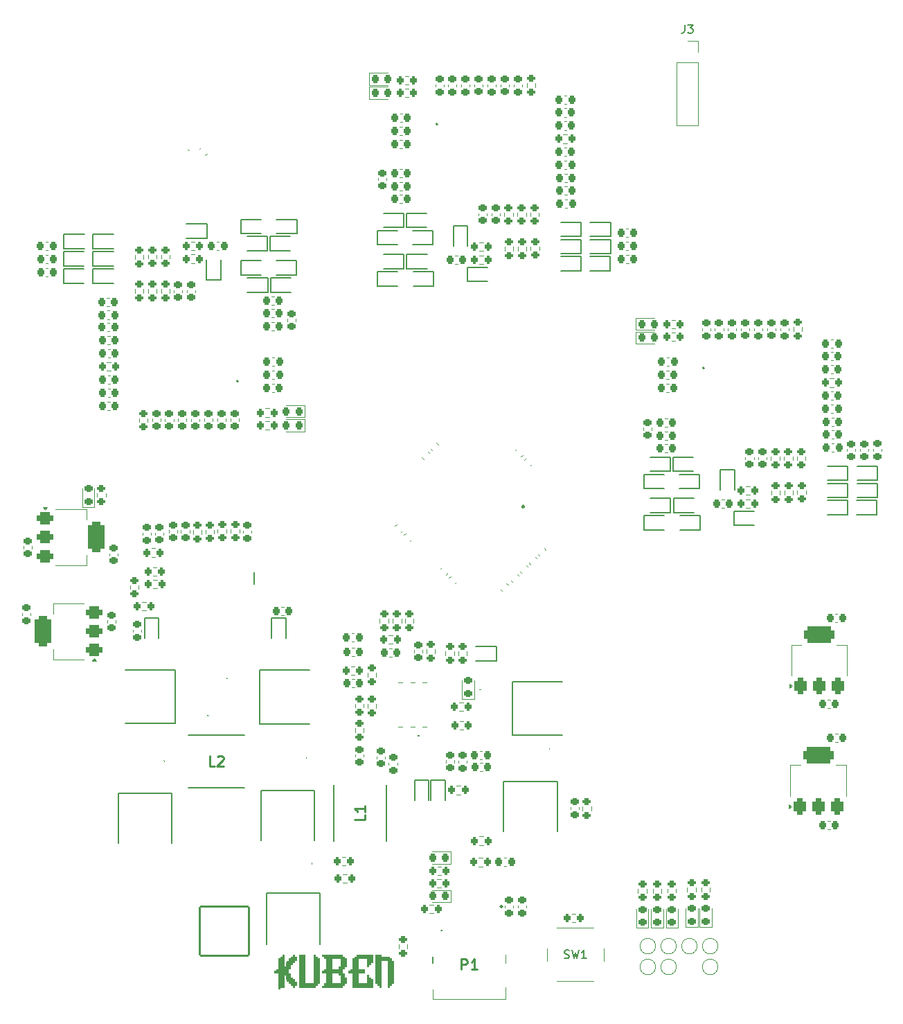
<source format=gto>
%TF.GenerationSoftware,KiCad,Pcbnew,8.0.7*%
%TF.CreationDate,2025-01-21T13:47:34+01:00*%
%TF.ProjectId,motordriver,6d6f746f-7264-4726-9976-65722e6b6963,rev?*%
%TF.SameCoordinates,Original*%
%TF.FileFunction,Legend,Top*%
%TF.FilePolarity,Positive*%
%FSLAX46Y46*%
G04 Gerber Fmt 4.6, Leading zero omitted, Abs format (unit mm)*
G04 Created by KiCad (PCBNEW 8.0.7) date 2025-01-21 13:47:34*
%MOMM*%
%LPD*%
G01*
G04 APERTURE LIST*
G04 Aperture macros list*
%AMRoundRect*
0 Rectangle with rounded corners*
0 $1 Rounding radius*
0 $2 $3 $4 $5 $6 $7 $8 $9 X,Y pos of 4 corners*
0 Add a 4 corners polygon primitive as box body*
4,1,4,$2,$3,$4,$5,$6,$7,$8,$9,$2,$3,0*
0 Add four circle primitives for the rounded corners*
1,1,$1+$1,$2,$3*
1,1,$1+$1,$4,$5*
1,1,$1+$1,$6,$7*
1,1,$1+$1,$8,$9*
0 Add four rect primitives between the rounded corners*
20,1,$1+$1,$2,$3,$4,$5,0*
20,1,$1+$1,$4,$5,$6,$7,0*
20,1,$1+$1,$6,$7,$8,$9,0*
20,1,$1+$1,$8,$9,$2,$3,0*%
%AMRotRect*
0 Rectangle, with rotation*
0 The origin of the aperture is its center*
0 $1 length*
0 $2 width*
0 $3 Rotation angle, in degrees counterclockwise*
0 Add horizontal line*
21,1,$1,$2,0,0,$3*%
G04 Aperture macros list end*
%ADD10C,0.050000*%
%ADD11C,0.254000*%
%ADD12C,0.150000*%
%ADD13C,0.120000*%
%ADD14C,0.100000*%
%ADD15C,0.200000*%
%ADD16C,0.250000*%
%ADD17RoundRect,0.200000X-0.200000X-0.275000X0.200000X-0.275000X0.200000X0.275000X-0.200000X0.275000X0*%
%ADD18RoundRect,0.225000X-0.225000X-0.250000X0.225000X-0.250000X0.225000X0.250000X-0.225000X0.250000X0*%
%ADD19C,1.500000*%
%ADD20RoundRect,0.225000X0.225000X0.250000X-0.225000X0.250000X-0.225000X-0.250000X0.225000X-0.250000X0*%
%ADD21R,2.200000X1.200000*%
%ADD22R,6.400000X5.800000*%
%ADD23R,0.850000X1.050000*%
%ADD24RoundRect,0.200000X-0.275000X0.200000X-0.275000X-0.200000X0.275000X-0.200000X0.275000X0.200000X0*%
%ADD25RoundRect,0.200000X0.200000X0.275000X-0.200000X0.275000X-0.200000X-0.275000X0.200000X-0.275000X0*%
%ADD26RoundRect,0.200000X0.275000X-0.200000X0.275000X0.200000X-0.275000X0.200000X-0.275000X-0.200000X0*%
%ADD27RotRect,0.250000X0.900000X315.000000*%
%ADD28RotRect,0.250000X0.900000X225.000000*%
%ADD29RotRect,4.800000X4.800000X225.000000*%
%ADD30RoundRect,0.225000X-0.250000X0.225000X-0.250000X-0.225000X0.250000X-0.225000X0.250000X0.225000X0*%
%ADD31RoundRect,0.225000X0.335876X0.017678X0.017678X0.335876X-0.335876X-0.017678X-0.017678X-0.335876X0*%
%ADD32C,5.600000*%
%ADD33RoundRect,0.218750X0.256250X-0.218750X0.256250X0.218750X-0.256250X0.218750X-0.256250X-0.218750X0*%
%ADD34RoundRect,0.218750X0.218750X0.256250X-0.218750X0.256250X-0.218750X-0.256250X0.218750X-0.256250X0*%
%ADD35RoundRect,0.225000X-0.017678X0.335876X-0.335876X0.017678X0.017678X-0.335876X0.335876X-0.017678X0*%
%ADD36RoundRect,0.225000X0.250000X-0.225000X0.250000X0.225000X-0.250000X0.225000X-0.250000X-0.225000X0*%
%ADD37R,1.050000X0.850000*%
%ADD38R,1.200000X2.200000*%
%ADD39R,5.800000X6.400000*%
%ADD40RoundRect,0.225000X-0.335876X-0.017678X-0.017678X-0.335876X0.335876X0.017678X0.017678X0.335876X0*%
%ADD41RotRect,0.900000X1.000000X45.000000*%
%ADD42R,0.280000X0.850000*%
%ADD43R,0.850000X0.280000*%
%ADD44R,2.050000X3.100000*%
%ADD45R,3.400000X2.400000*%
%ADD46R,0.450000X1.475000*%
%ADD47R,5.180000X3.100000*%
%ADD48RoundRect,0.375000X0.625000X0.375000X-0.625000X0.375000X-0.625000X-0.375000X0.625000X-0.375000X0*%
%ADD49RoundRect,0.500000X0.500000X1.400000X-0.500000X1.400000X-0.500000X-1.400000X0.500000X-1.400000X0*%
%ADD50R,0.850000X0.200000*%
%ADD51R,0.200000X0.850000*%
%ADD52R,9.100000X5.100000*%
%ADD53RoundRect,0.225000X0.017678X-0.335876X0.335876X-0.017678X-0.017678X0.335876X-0.335876X0.017678X0*%
%ADD54RoundRect,0.375000X0.375000X-0.625000X0.375000X0.625000X-0.375000X0.625000X-0.375000X-0.625000X0*%
%ADD55RoundRect,0.500000X1.400000X-0.500000X1.400000X0.500000X-1.400000X0.500000X-1.400000X-0.500000X0*%
%ADD56RoundRect,0.375000X-0.625000X-0.375000X0.625000X-0.375000X0.625000X0.375000X-0.625000X0.375000X0*%
%ADD57RoundRect,0.500000X-0.500000X-1.400000X0.500000X-1.400000X0.500000X1.400000X-0.500000X1.400000X0*%
%ADD58R,1.700000X1.700000*%
%ADD59O,1.700000X1.700000*%
%ADD60RoundRect,0.218750X-0.218750X-0.256250X0.218750X-0.256250X0.218750X0.256250X-0.218750X0.256250X0*%
%ADD61C,0.650000*%
%ADD62R,0.300000X1.150000*%
%ADD63R,2.180000X2.000000*%
%ADD64C,2.000000*%
%ADD65R,0.800000X0.300000*%
%ADD66R,0.300000X0.800000*%
%ADD67R,2.750000X2.750000*%
%ADD68R,2.400000X3.400000*%
%ADD69C,6.204000*%
%ADD70RoundRect,0.102000X3.000000X3.000000X-3.000000X3.000000X-3.000000X-3.000000X3.000000X-3.000000X0*%
G04 APERTURE END LIST*
D10*
G36*
X130981405Y-144756459D02*
G01*
X131239618Y-144756459D01*
X131239618Y-145034090D01*
X130981405Y-145034090D01*
X130981405Y-144756459D01*
G37*
G36*
X131233464Y-144471867D02*
G01*
X131491677Y-144471867D01*
X131491677Y-145034090D01*
X131233464Y-145034090D01*
X131233464Y-144471867D01*
G37*
G36*
X132241698Y-144756459D02*
G01*
X132499912Y-144756459D01*
X132499912Y-145034090D01*
X132241698Y-145034090D01*
X132241698Y-144756459D01*
G37*
G36*
X132493757Y-144471867D02*
G01*
X132751970Y-144471867D01*
X132751970Y-145034090D01*
X132493757Y-145034090D01*
X132493757Y-144471867D01*
G37*
G36*
X132745815Y-144756459D02*
G01*
X133004029Y-144756459D01*
X133004029Y-145034090D01*
X132745815Y-145034090D01*
X132745815Y-144756459D01*
G37*
G36*
X133249932Y-144471867D02*
G01*
X133508146Y-144471867D01*
X133508146Y-145034090D01*
X133249932Y-145034090D01*
X133249932Y-144471867D01*
G37*
G36*
X133501991Y-144471867D02*
G01*
X133760205Y-144471867D01*
X133760205Y-145034090D01*
X133501991Y-145034090D01*
X133501991Y-144471867D01*
G37*
G36*
X133754050Y-144471867D02*
G01*
X134012263Y-144471867D01*
X134012263Y-145034090D01*
X133754050Y-145034090D01*
X133754050Y-144471867D01*
G37*
G36*
X135014343Y-144471867D02*
G01*
X135272556Y-144471867D01*
X135272556Y-145034090D01*
X135014343Y-145034090D01*
X135014343Y-144471867D01*
G37*
G36*
X135266401Y-144756459D02*
G01*
X135524615Y-144756459D01*
X135524615Y-145034090D01*
X135266401Y-145034090D01*
X135266401Y-144756459D01*
G37*
G36*
X136022577Y-144471867D02*
G01*
X136280791Y-144471867D01*
X136280791Y-144756459D01*
X136022577Y-144756459D01*
X136022577Y-144471867D01*
G37*
G36*
X136274636Y-144471867D02*
G01*
X136532849Y-144471867D01*
X136532849Y-145034090D01*
X136274636Y-145034090D01*
X136274636Y-144471867D01*
G37*
G36*
X136526694Y-144471867D02*
G01*
X136784908Y-144471867D01*
X136784908Y-145034090D01*
X136526694Y-145034090D01*
X136526694Y-144471867D01*
G37*
G36*
X136778753Y-144471867D02*
G01*
X137036967Y-144471867D01*
X137036967Y-145034090D01*
X136778753Y-145034090D01*
X136778753Y-144471867D01*
G37*
G36*
X137030812Y-144471867D02*
G01*
X137289025Y-144471867D01*
X137289025Y-145034090D01*
X137030812Y-145034090D01*
X137030812Y-144471867D01*
G37*
G36*
X137282870Y-144471867D02*
G01*
X137541084Y-144471867D01*
X137541084Y-145034090D01*
X137282870Y-145034090D01*
X137282870Y-144471867D01*
G37*
G36*
X137534929Y-144471867D02*
G01*
X137793143Y-144471867D01*
X137793143Y-145034090D01*
X137534929Y-145034090D01*
X137534929Y-144471867D01*
G37*
G36*
X137786988Y-144471867D02*
G01*
X138045201Y-144471867D01*
X138045201Y-145034090D01*
X137786988Y-145034090D01*
X137786988Y-144471867D01*
G37*
G36*
X138039046Y-144471867D02*
G01*
X138297260Y-144471867D01*
X138297260Y-145034090D01*
X138039046Y-145034090D01*
X138039046Y-144471867D01*
G37*
G36*
X138291105Y-144471867D02*
G01*
X138549318Y-144471867D01*
X138549318Y-145034090D01*
X138291105Y-145034090D01*
X138291105Y-144471867D01*
G37*
G36*
X138543163Y-144756459D02*
G01*
X138801377Y-144756459D01*
X138801377Y-145034090D01*
X138543163Y-145034090D01*
X138543163Y-144756459D01*
G37*
G36*
X140055515Y-144756459D02*
G01*
X140313729Y-144756459D01*
X140313729Y-145034090D01*
X140055515Y-145034090D01*
X140055515Y-144756459D01*
G37*
G36*
X140307574Y-144471867D02*
G01*
X140565787Y-144471867D01*
X140565787Y-145034090D01*
X140307574Y-145034090D01*
X140307574Y-144471867D01*
G37*
G36*
X140559632Y-144471867D02*
G01*
X140817846Y-144471867D01*
X140817846Y-145034090D01*
X140559632Y-145034090D01*
X140559632Y-144471867D01*
G37*
G36*
X140811691Y-144471867D02*
G01*
X141069905Y-144471867D01*
X141069905Y-145034090D01*
X140811691Y-145034090D01*
X140811691Y-144471867D01*
G37*
G36*
X141063750Y-144471867D02*
G01*
X141321963Y-144471867D01*
X141321963Y-145034090D01*
X141063750Y-145034090D01*
X141063750Y-144471867D01*
G37*
G36*
X141315808Y-144471867D02*
G01*
X141574022Y-144471867D01*
X141574022Y-145034090D01*
X141315808Y-145034090D01*
X141315808Y-144471867D01*
G37*
G36*
X141567867Y-144471867D02*
G01*
X141826080Y-144471867D01*
X141826080Y-145034090D01*
X141567867Y-145034090D01*
X141567867Y-144471867D01*
G37*
G36*
X141819925Y-144471867D02*
G01*
X142078139Y-144471867D01*
X142078139Y-145034090D01*
X141819925Y-145034090D01*
X141819925Y-144471867D01*
G37*
G36*
X142071984Y-144471867D02*
G01*
X142330198Y-144471867D01*
X142330198Y-145034090D01*
X142071984Y-145034090D01*
X142071984Y-144471867D01*
G37*
G36*
X142576101Y-144471867D02*
G01*
X142834315Y-144471867D01*
X142834315Y-145034090D01*
X142576101Y-145034090D01*
X142576101Y-144471867D01*
G37*
G36*
X142828160Y-144471867D02*
G01*
X143086373Y-144471867D01*
X143086373Y-145034090D01*
X142828160Y-145034090D01*
X142828160Y-144471867D01*
G37*
G36*
X143080219Y-144471867D02*
G01*
X143338432Y-144471867D01*
X143338432Y-145034090D01*
X143080219Y-145034090D01*
X143080219Y-144471867D01*
G37*
G36*
X143332277Y-144756459D02*
G01*
X143590491Y-144756459D01*
X143590491Y-145034090D01*
X143332277Y-145034090D01*
X143332277Y-144756459D01*
G37*
G36*
X143584336Y-144756459D02*
G01*
X143842549Y-144756459D01*
X143842549Y-145034090D01*
X143584336Y-145034090D01*
X143584336Y-144756459D01*
G37*
G36*
X143836394Y-144756459D02*
G01*
X144094608Y-144756459D01*
X144094608Y-145034090D01*
X143836394Y-145034090D01*
X143836394Y-144756459D01*
G37*
G36*
X144088453Y-144756459D02*
G01*
X144346667Y-144756459D01*
X144346667Y-145034090D01*
X144088453Y-145034090D01*
X144088453Y-144756459D01*
G37*
G36*
X130729346Y-144975867D02*
G01*
X130987560Y-144975867D01*
X130987560Y-145538090D01*
X130729346Y-145538090D01*
X130729346Y-144975867D01*
G37*
G36*
X130981405Y-144975867D02*
G01*
X131239618Y-144975867D01*
X131239618Y-145538090D01*
X130981405Y-145538090D01*
X130981405Y-144975867D01*
G37*
G36*
X131233464Y-144975867D02*
G01*
X131491677Y-144975867D01*
X131491677Y-145538090D01*
X131233464Y-145538090D01*
X131233464Y-144975867D01*
G37*
G36*
X131737581Y-145260459D02*
G01*
X131995794Y-145260459D01*
X131995794Y-145538090D01*
X131737581Y-145538090D01*
X131737581Y-145260459D01*
G37*
G36*
X131989639Y-144975867D02*
G01*
X132247853Y-144975867D01*
X132247853Y-145538090D01*
X131989639Y-145538090D01*
X131989639Y-144975867D01*
G37*
G36*
X132241698Y-144975867D02*
G01*
X132499912Y-144975867D01*
X132499912Y-145538090D01*
X132241698Y-145538090D01*
X132241698Y-144975867D01*
G37*
G36*
X132493757Y-144975867D02*
G01*
X132751970Y-144975867D01*
X132751970Y-145538090D01*
X132493757Y-145538090D01*
X132493757Y-144975867D01*
G37*
G36*
X132745815Y-144975867D02*
G01*
X133004029Y-144975867D01*
X133004029Y-145260459D01*
X132745815Y-145260459D01*
X132745815Y-144975867D01*
G37*
G36*
X133249932Y-144975867D02*
G01*
X133508146Y-144975867D01*
X133508146Y-145538090D01*
X133249932Y-145538090D01*
X133249932Y-144975867D01*
G37*
G36*
X133501991Y-144975867D02*
G01*
X133760205Y-144975867D01*
X133760205Y-145538090D01*
X133501991Y-145538090D01*
X133501991Y-144975867D01*
G37*
G36*
X133754050Y-144975867D02*
G01*
X134012263Y-144975867D01*
X134012263Y-145538090D01*
X133754050Y-145538090D01*
X133754050Y-144975867D01*
G37*
G36*
X135014343Y-144975867D02*
G01*
X135272556Y-144975867D01*
X135272556Y-145538090D01*
X135014343Y-145538090D01*
X135014343Y-144975867D01*
G37*
G36*
X135266401Y-144975867D02*
G01*
X135524615Y-144975867D01*
X135524615Y-145538090D01*
X135266401Y-145538090D01*
X135266401Y-144975867D01*
G37*
G36*
X135518460Y-144975867D02*
G01*
X135776674Y-144975867D01*
X135776674Y-145538090D01*
X135518460Y-145538090D01*
X135518460Y-144975867D01*
G37*
G36*
X136526694Y-144975867D02*
G01*
X136784908Y-144975867D01*
X136784908Y-145538090D01*
X136526694Y-145538090D01*
X136526694Y-144975867D01*
G37*
G36*
X136778753Y-144975867D02*
G01*
X137036967Y-144975867D01*
X137036967Y-145538090D01*
X136778753Y-145538090D01*
X136778753Y-144975867D01*
G37*
G36*
X137030812Y-144975867D02*
G01*
X137289025Y-144975867D01*
X137289025Y-145538090D01*
X137030812Y-145538090D01*
X137030812Y-144975867D01*
G37*
G36*
X138291105Y-144975867D02*
G01*
X138549318Y-144975867D01*
X138549318Y-145538090D01*
X138291105Y-145538090D01*
X138291105Y-144975867D01*
G37*
G36*
X138543163Y-144975867D02*
G01*
X138801377Y-144975867D01*
X138801377Y-145538090D01*
X138543163Y-145538090D01*
X138543163Y-144975867D01*
G37*
G36*
X138795222Y-144975867D02*
G01*
X139053436Y-144975867D01*
X139053436Y-145538090D01*
X138795222Y-145538090D01*
X138795222Y-144975867D01*
G37*
G36*
X139803457Y-144975867D02*
G01*
X140061670Y-144975867D01*
X140061670Y-145538090D01*
X139803457Y-145538090D01*
X139803457Y-144975867D01*
G37*
G36*
X140055515Y-144975867D02*
G01*
X140313729Y-144975867D01*
X140313729Y-145538090D01*
X140055515Y-145538090D01*
X140055515Y-144975867D01*
G37*
G36*
X140307574Y-144975867D02*
G01*
X140565787Y-144975867D01*
X140565787Y-145538090D01*
X140307574Y-145538090D01*
X140307574Y-144975867D01*
G37*
G36*
X141567867Y-144975867D02*
G01*
X141826080Y-144975867D01*
X141826080Y-145538090D01*
X141567867Y-145538090D01*
X141567867Y-144975867D01*
G37*
G36*
X141819925Y-144975867D02*
G01*
X142078139Y-144975867D01*
X142078139Y-145538090D01*
X141819925Y-145538090D01*
X141819925Y-144975867D01*
G37*
G36*
X142071984Y-144975867D02*
G01*
X142330198Y-144975867D01*
X142330198Y-145538090D01*
X142071984Y-145538090D01*
X142071984Y-144975867D01*
G37*
G36*
X142576101Y-144975867D02*
G01*
X142834315Y-144975867D01*
X142834315Y-145538090D01*
X142576101Y-145538090D01*
X142576101Y-144975867D01*
G37*
G36*
X142828160Y-144975867D02*
G01*
X143086373Y-144975867D01*
X143086373Y-145538090D01*
X142828160Y-145538090D01*
X142828160Y-144975867D01*
G37*
G36*
X143080219Y-144975867D02*
G01*
X143338432Y-144975867D01*
X143338432Y-145538090D01*
X143080219Y-145538090D01*
X143080219Y-144975867D01*
G37*
G36*
X143332277Y-144975867D02*
G01*
X143590491Y-144975867D01*
X143590491Y-145260459D01*
X143332277Y-145260459D01*
X143332277Y-144975867D01*
G37*
G36*
X143584336Y-144975867D02*
G01*
X143842549Y-144975867D01*
X143842549Y-145260459D01*
X143584336Y-145260459D01*
X143584336Y-144975867D01*
G37*
G36*
X143836394Y-144975867D02*
G01*
X144094608Y-144975867D01*
X144094608Y-145260459D01*
X143836394Y-145260459D01*
X143836394Y-144975867D01*
G37*
G36*
X144088453Y-144975867D02*
G01*
X144346667Y-144975867D01*
X144346667Y-145538090D01*
X144088453Y-145538090D01*
X144088453Y-144975867D01*
G37*
G36*
X144340512Y-144975867D02*
G01*
X144598725Y-144975867D01*
X144598725Y-145538090D01*
X144340512Y-145538090D01*
X144340512Y-144975867D01*
G37*
G36*
X144592570Y-145260459D02*
G01*
X144850784Y-145260459D01*
X144850784Y-145538090D01*
X144592570Y-145538090D01*
X144592570Y-145260459D01*
G37*
G36*
X130729346Y-145479867D02*
G01*
X130987560Y-145479867D01*
X130987560Y-146042090D01*
X130729346Y-146042090D01*
X130729346Y-145479867D01*
G37*
G36*
X130981405Y-145479867D02*
G01*
X131239618Y-145479867D01*
X131239618Y-146042090D01*
X130981405Y-146042090D01*
X130981405Y-145479867D01*
G37*
G36*
X131233464Y-145479867D02*
G01*
X131491677Y-145479867D01*
X131491677Y-146042090D01*
X131233464Y-146042090D01*
X131233464Y-145479867D01*
G37*
G36*
X131614556Y-145479867D02*
G01*
X131743516Y-145479867D01*
X131743516Y-146042090D01*
X131614556Y-146042090D01*
X131614556Y-145479867D01*
G37*
G36*
X131737581Y-145479867D02*
G01*
X131995794Y-145479867D01*
X131995794Y-146042090D01*
X131737581Y-146042090D01*
X131737581Y-145479867D01*
G37*
G36*
X131989639Y-145479867D02*
G01*
X132247853Y-145479867D01*
X132247853Y-146042090D01*
X131989639Y-146042090D01*
X131989639Y-145479867D01*
G37*
G36*
X132241698Y-145479867D02*
G01*
X132499912Y-145479867D01*
X132499912Y-145764459D01*
X132241698Y-145764459D01*
X132241698Y-145479867D01*
G37*
G36*
X133249932Y-145479867D02*
G01*
X133508146Y-145479867D01*
X133508146Y-146042090D01*
X133249932Y-146042090D01*
X133249932Y-145479867D01*
G37*
G36*
X133501991Y-145479867D02*
G01*
X133760205Y-145479867D01*
X133760205Y-146042090D01*
X133501991Y-146042090D01*
X133501991Y-145479867D01*
G37*
G36*
X133754050Y-145479867D02*
G01*
X134012263Y-145479867D01*
X134012263Y-146042090D01*
X133754050Y-146042090D01*
X133754050Y-145479867D01*
G37*
G36*
X135014343Y-145479867D02*
G01*
X135272556Y-145479867D01*
X135272556Y-146042090D01*
X135014343Y-146042090D01*
X135014343Y-145479867D01*
G37*
G36*
X135266401Y-145479867D02*
G01*
X135524615Y-145479867D01*
X135524615Y-146042090D01*
X135266401Y-146042090D01*
X135266401Y-145479867D01*
G37*
G36*
X135518460Y-145479867D02*
G01*
X135776674Y-145479867D01*
X135776674Y-146042090D01*
X135518460Y-146042090D01*
X135518460Y-145479867D01*
G37*
G36*
X136526694Y-145479867D02*
G01*
X136784908Y-145479867D01*
X136784908Y-146042090D01*
X136526694Y-146042090D01*
X136526694Y-145479867D01*
G37*
G36*
X136778753Y-145479867D02*
G01*
X137036967Y-145479867D01*
X137036967Y-146042090D01*
X136778753Y-146042090D01*
X136778753Y-145479867D01*
G37*
G36*
X137030812Y-145479867D02*
G01*
X137289025Y-145479867D01*
X137289025Y-146042090D01*
X137030812Y-146042090D01*
X137030812Y-145479867D01*
G37*
G36*
X138291105Y-145479867D02*
G01*
X138549318Y-145479867D01*
X138549318Y-146042090D01*
X138291105Y-146042090D01*
X138291105Y-145479867D01*
G37*
G36*
X138543163Y-145479867D02*
G01*
X138801377Y-145479867D01*
X138801377Y-146042090D01*
X138543163Y-146042090D01*
X138543163Y-145479867D01*
G37*
G36*
X138795222Y-145479867D02*
G01*
X139053436Y-145479867D01*
X139053436Y-146042090D01*
X138795222Y-146042090D01*
X138795222Y-145479867D01*
G37*
G36*
X139803457Y-145479867D02*
G01*
X140061670Y-145479867D01*
X140061670Y-146042090D01*
X139803457Y-146042090D01*
X139803457Y-145479867D01*
G37*
G36*
X140055515Y-145479867D02*
G01*
X140313729Y-145479867D01*
X140313729Y-146042090D01*
X140055515Y-146042090D01*
X140055515Y-145479867D01*
G37*
G36*
X140307574Y-145479867D02*
G01*
X140565787Y-145479867D01*
X140565787Y-146042090D01*
X140307574Y-146042090D01*
X140307574Y-145479867D01*
G37*
G36*
X141567867Y-145479867D02*
G01*
X141826080Y-145479867D01*
X141826080Y-146042090D01*
X141567867Y-146042090D01*
X141567867Y-145479867D01*
G37*
G36*
X141819925Y-145479867D02*
G01*
X142078139Y-145479867D01*
X142078139Y-145764459D01*
X141819925Y-145764459D01*
X141819925Y-145479867D01*
G37*
G36*
X142576101Y-145479867D02*
G01*
X142834315Y-145479867D01*
X142834315Y-146042090D01*
X142576101Y-146042090D01*
X142576101Y-145479867D01*
G37*
G36*
X142828160Y-145479867D02*
G01*
X143086373Y-145479867D01*
X143086373Y-146042090D01*
X142828160Y-146042090D01*
X142828160Y-145479867D01*
G37*
G36*
X143080219Y-145479867D02*
G01*
X143338432Y-145479867D01*
X143338432Y-146042090D01*
X143080219Y-146042090D01*
X143080219Y-145479867D01*
G37*
G36*
X144088453Y-145479867D02*
G01*
X144346667Y-145479867D01*
X144346667Y-146042090D01*
X144088453Y-146042090D01*
X144088453Y-145479867D01*
G37*
G36*
X144340512Y-145479867D02*
G01*
X144598725Y-145479867D01*
X144598725Y-146042090D01*
X144340512Y-146042090D01*
X144340512Y-145479867D01*
G37*
G36*
X144592570Y-145479867D02*
G01*
X144850784Y-145479867D01*
X144850784Y-146042090D01*
X144592570Y-146042090D01*
X144592570Y-145479867D01*
G37*
G36*
X130477288Y-146268459D02*
G01*
X130735501Y-146268459D01*
X130735501Y-146546090D01*
X130477288Y-146546090D01*
X130477288Y-146268459D01*
G37*
G36*
X130729346Y-145983867D02*
G01*
X130987560Y-145983867D01*
X130987560Y-146546090D01*
X130729346Y-146546090D01*
X130729346Y-145983867D01*
G37*
G36*
X130981405Y-145983867D02*
G01*
X131239618Y-145983867D01*
X131239618Y-146546090D01*
X130981405Y-146546090D01*
X130981405Y-145983867D01*
G37*
G36*
X131233464Y-145983867D02*
G01*
X131491677Y-145983867D01*
X131491677Y-146546090D01*
X131233464Y-146546090D01*
X131233464Y-145983867D01*
G37*
G36*
X131485522Y-145983867D02*
G01*
X131743736Y-145983867D01*
X131743736Y-146546090D01*
X131485522Y-146546090D01*
X131485522Y-145983867D01*
G37*
G36*
X131737581Y-145983867D02*
G01*
X131995794Y-145983867D01*
X131995794Y-146546090D01*
X131737581Y-146546090D01*
X131737581Y-145983867D01*
G37*
G36*
X131989639Y-145983867D02*
G01*
X132247853Y-145983867D01*
X132247853Y-146268459D01*
X131989639Y-146268459D01*
X131989639Y-145983867D01*
G37*
G36*
X133249932Y-145983867D02*
G01*
X133508146Y-145983867D01*
X133508146Y-146546090D01*
X133249932Y-146546090D01*
X133249932Y-145983867D01*
G37*
G36*
X133501991Y-145983867D02*
G01*
X133760205Y-145983867D01*
X133760205Y-146546090D01*
X133501991Y-146546090D01*
X133501991Y-145983867D01*
G37*
G36*
X133754050Y-145983867D02*
G01*
X134012263Y-145983867D01*
X134012263Y-146546090D01*
X133754050Y-146546090D01*
X133754050Y-145983867D01*
G37*
G36*
X135014343Y-145983867D02*
G01*
X135272556Y-145983867D01*
X135272556Y-146546090D01*
X135014343Y-146546090D01*
X135014343Y-145983867D01*
G37*
G36*
X135266401Y-145983867D02*
G01*
X135524615Y-145983867D01*
X135524615Y-146546090D01*
X135266401Y-146546090D01*
X135266401Y-145983867D01*
G37*
G36*
X135518460Y-145983867D02*
G01*
X135776674Y-145983867D01*
X135776674Y-146546090D01*
X135518460Y-146546090D01*
X135518460Y-145983867D01*
G37*
G36*
X136274636Y-146268459D02*
G01*
X136532849Y-146268459D01*
X136532849Y-146546090D01*
X136274636Y-146546090D01*
X136274636Y-146268459D01*
G37*
G36*
X136526694Y-145983867D02*
G01*
X136784908Y-145983867D01*
X136784908Y-146546090D01*
X136526694Y-146546090D01*
X136526694Y-145983867D01*
G37*
G36*
X136778753Y-145983867D02*
G01*
X137036967Y-145983867D01*
X137036967Y-146546090D01*
X136778753Y-146546090D01*
X136778753Y-145983867D01*
G37*
G36*
X137030812Y-145983867D02*
G01*
X137289025Y-145983867D01*
X137289025Y-146546090D01*
X137030812Y-146546090D01*
X137030812Y-145983867D01*
G37*
G36*
X137282870Y-146268459D02*
G01*
X137541084Y-146268459D01*
X137541084Y-146546090D01*
X137282870Y-146546090D01*
X137282870Y-146268459D01*
G37*
G36*
X137534929Y-146268459D02*
G01*
X137793143Y-146268459D01*
X137793143Y-146546090D01*
X137534929Y-146546090D01*
X137534929Y-146268459D01*
G37*
G36*
X137786988Y-146268459D02*
G01*
X138045201Y-146268459D01*
X138045201Y-146546090D01*
X137786988Y-146546090D01*
X137786988Y-146268459D01*
G37*
G36*
X138039046Y-145983867D02*
G01*
X138297260Y-145983867D01*
X138297260Y-146546090D01*
X138039046Y-146546090D01*
X138039046Y-145983867D01*
G37*
G36*
X138291105Y-145983867D02*
G01*
X138549318Y-145983867D01*
X138549318Y-146546090D01*
X138291105Y-146546090D01*
X138291105Y-145983867D01*
G37*
G36*
X138543163Y-145983867D02*
G01*
X138801377Y-145983867D01*
X138801377Y-146268459D01*
X138543163Y-146268459D01*
X138543163Y-145983867D01*
G37*
G36*
X139551398Y-146268459D02*
G01*
X139809611Y-146268459D01*
X139809611Y-146546090D01*
X139551398Y-146546090D01*
X139551398Y-146268459D01*
G37*
G36*
X139803457Y-145983867D02*
G01*
X140061670Y-145983867D01*
X140061670Y-146546090D01*
X139803457Y-146546090D01*
X139803457Y-145983867D01*
G37*
G36*
X140055515Y-145983867D02*
G01*
X140313729Y-145983867D01*
X140313729Y-146546090D01*
X140055515Y-146546090D01*
X140055515Y-145983867D01*
G37*
G36*
X140307574Y-145983867D02*
G01*
X140565787Y-145983867D01*
X140565787Y-146546090D01*
X140307574Y-146546090D01*
X140307574Y-145983867D01*
G37*
G36*
X140559632Y-146268459D02*
G01*
X140817846Y-146268459D01*
X140817846Y-146546090D01*
X140559632Y-146546090D01*
X140559632Y-146268459D01*
G37*
G36*
X140811691Y-146268459D02*
G01*
X141069905Y-146268459D01*
X141069905Y-146546090D01*
X140811691Y-146546090D01*
X140811691Y-146268459D01*
G37*
G36*
X141063750Y-146268459D02*
G01*
X141321963Y-146268459D01*
X141321963Y-146546090D01*
X141063750Y-146546090D01*
X141063750Y-146268459D01*
G37*
G36*
X142576101Y-145983867D02*
G01*
X142834315Y-145983867D01*
X142834315Y-146546090D01*
X142576101Y-146546090D01*
X142576101Y-145983867D01*
G37*
G36*
X142828160Y-145983867D02*
G01*
X143086373Y-145983867D01*
X143086373Y-146546090D01*
X142828160Y-146546090D01*
X142828160Y-145983867D01*
G37*
G36*
X143080219Y-145983867D02*
G01*
X143338432Y-145983867D01*
X143338432Y-146546090D01*
X143080219Y-146546090D01*
X143080219Y-145983867D01*
G37*
G36*
X144088453Y-145983867D02*
G01*
X144346667Y-145983867D01*
X144346667Y-146546090D01*
X144088453Y-146546090D01*
X144088453Y-145983867D01*
G37*
G36*
X144340512Y-145983867D02*
G01*
X144598725Y-145983867D01*
X144598725Y-146546090D01*
X144340512Y-146546090D01*
X144340512Y-145983867D01*
G37*
G36*
X144592570Y-145983867D02*
G01*
X144850784Y-145983867D01*
X144850784Y-146546090D01*
X144592570Y-146546090D01*
X144592570Y-145983867D01*
G37*
G36*
X130225229Y-146487867D02*
G01*
X130483443Y-146487867D01*
X130483443Y-146772459D01*
X130225229Y-146772459D01*
X130225229Y-146487867D01*
G37*
G36*
X130477288Y-146487867D02*
G01*
X130735501Y-146487867D01*
X130735501Y-146772459D01*
X130477288Y-146772459D01*
X130477288Y-146487867D01*
G37*
G36*
X130729346Y-146487867D02*
G01*
X130987560Y-146487867D01*
X130987560Y-147050090D01*
X130729346Y-147050090D01*
X130729346Y-146487867D01*
G37*
G36*
X130981405Y-146487867D02*
G01*
X131239618Y-146487867D01*
X131239618Y-147050090D01*
X130981405Y-147050090D01*
X130981405Y-146487867D01*
G37*
G36*
X131233464Y-146487867D02*
G01*
X131491677Y-146487867D01*
X131491677Y-147050090D01*
X131233464Y-147050090D01*
X131233464Y-146487867D01*
G37*
G36*
X131485522Y-146487867D02*
G01*
X131743736Y-146487867D01*
X131743736Y-147050090D01*
X131485522Y-147050090D01*
X131485522Y-146487867D01*
G37*
G36*
X131737581Y-146487867D02*
G01*
X131995794Y-146487867D01*
X131995794Y-147050090D01*
X131737581Y-147050090D01*
X131737581Y-146487867D01*
G37*
G36*
X131989639Y-146772459D02*
G01*
X132247853Y-146772459D01*
X132247853Y-147050090D01*
X131989639Y-147050090D01*
X131989639Y-146772459D01*
G37*
G36*
X133249932Y-146487867D02*
G01*
X133508146Y-146487867D01*
X133508146Y-147050090D01*
X133249932Y-147050090D01*
X133249932Y-146487867D01*
G37*
G36*
X133501991Y-146487867D02*
G01*
X133760205Y-146487867D01*
X133760205Y-147050090D01*
X133501991Y-147050090D01*
X133501991Y-146487867D01*
G37*
G36*
X133754050Y-146487867D02*
G01*
X134012263Y-146487867D01*
X134012263Y-147050090D01*
X133754050Y-147050090D01*
X133754050Y-146487867D01*
G37*
G36*
X135014343Y-146487867D02*
G01*
X135272556Y-146487867D01*
X135272556Y-147050090D01*
X135014343Y-147050090D01*
X135014343Y-146487867D01*
G37*
G36*
X135266401Y-146487867D02*
G01*
X135524615Y-146487867D01*
X135524615Y-147050090D01*
X135266401Y-147050090D01*
X135266401Y-146487867D01*
G37*
G36*
X135518460Y-146487867D02*
G01*
X135776674Y-146487867D01*
X135776674Y-147050090D01*
X135518460Y-147050090D01*
X135518460Y-146487867D01*
G37*
G36*
X136022577Y-146487867D02*
G01*
X136280791Y-146487867D01*
X136280791Y-146772459D01*
X136022577Y-146772459D01*
X136022577Y-146487867D01*
G37*
G36*
X136274636Y-146487867D02*
G01*
X136532849Y-146487867D01*
X136532849Y-146772459D01*
X136274636Y-146772459D01*
X136274636Y-146487867D01*
G37*
G36*
X136526694Y-146487867D02*
G01*
X136784908Y-146487867D01*
X136784908Y-147050090D01*
X136526694Y-147050090D01*
X136526694Y-146487867D01*
G37*
G36*
X136778753Y-146487867D02*
G01*
X137036967Y-146487867D01*
X137036967Y-147050090D01*
X136778753Y-147050090D01*
X136778753Y-146487867D01*
G37*
G36*
X137030812Y-146487867D02*
G01*
X137289025Y-146487867D01*
X137289025Y-147050090D01*
X137030812Y-147050090D01*
X137030812Y-146487867D01*
G37*
G36*
X137282870Y-146487867D02*
G01*
X137541084Y-146487867D01*
X137541084Y-146772459D01*
X137282870Y-146772459D01*
X137282870Y-146487867D01*
G37*
G36*
X137534929Y-146487867D02*
G01*
X137793143Y-146487867D01*
X137793143Y-146772459D01*
X137534929Y-146772459D01*
X137534929Y-146487867D01*
G37*
G36*
X137786988Y-146487867D02*
G01*
X138045201Y-146487867D01*
X138045201Y-146772459D01*
X137786988Y-146772459D01*
X137786988Y-146487867D01*
G37*
G36*
X138039046Y-146487867D02*
G01*
X138297260Y-146487867D01*
X138297260Y-147050090D01*
X138039046Y-147050090D01*
X138039046Y-146487867D01*
G37*
G36*
X138291105Y-146487867D02*
G01*
X138549318Y-146487867D01*
X138549318Y-147050090D01*
X138291105Y-147050090D01*
X138291105Y-146487867D01*
G37*
G36*
X138543163Y-146772459D02*
G01*
X138801377Y-146772459D01*
X138801377Y-147050090D01*
X138543163Y-147050090D01*
X138543163Y-146772459D01*
G37*
G36*
X139299339Y-146487867D02*
G01*
X139557553Y-146487867D01*
X139557553Y-146772459D01*
X139299339Y-146772459D01*
X139299339Y-146487867D01*
G37*
G36*
X139551398Y-146487867D02*
G01*
X139809611Y-146487867D01*
X139809611Y-146772459D01*
X139551398Y-146772459D01*
X139551398Y-146487867D01*
G37*
G36*
X139803457Y-146487867D02*
G01*
X140061670Y-146487867D01*
X140061670Y-147050090D01*
X139803457Y-147050090D01*
X139803457Y-146487867D01*
G37*
G36*
X140055515Y-146487867D02*
G01*
X140313729Y-146487867D01*
X140313729Y-147050090D01*
X140055515Y-147050090D01*
X140055515Y-146487867D01*
G37*
G36*
X140307574Y-146487867D02*
G01*
X140565787Y-146487867D01*
X140565787Y-147050090D01*
X140307574Y-147050090D01*
X140307574Y-146487867D01*
G37*
G36*
X140559632Y-146487867D02*
G01*
X140817846Y-146487867D01*
X140817846Y-146772459D01*
X140559632Y-146772459D01*
X140559632Y-146487867D01*
G37*
G36*
X140811691Y-146487867D02*
G01*
X141069905Y-146487867D01*
X141069905Y-146772459D01*
X140811691Y-146772459D01*
X140811691Y-146487867D01*
G37*
G36*
X141063750Y-146487867D02*
G01*
X141321963Y-146487867D01*
X141321963Y-146772459D01*
X141063750Y-146772459D01*
X141063750Y-146487867D01*
G37*
G36*
X142576101Y-146487867D02*
G01*
X142834315Y-146487867D01*
X142834315Y-147050090D01*
X142576101Y-147050090D01*
X142576101Y-146487867D01*
G37*
G36*
X142828160Y-146487867D02*
G01*
X143086373Y-146487867D01*
X143086373Y-147050090D01*
X142828160Y-147050090D01*
X142828160Y-146487867D01*
G37*
G36*
X143080219Y-146487867D02*
G01*
X143338432Y-146487867D01*
X143338432Y-147050090D01*
X143080219Y-147050090D01*
X143080219Y-146487867D01*
G37*
G36*
X144088453Y-146487867D02*
G01*
X144346667Y-146487867D01*
X144346667Y-147050090D01*
X144088453Y-147050090D01*
X144088453Y-146487867D01*
G37*
G36*
X144340512Y-146487867D02*
G01*
X144598725Y-146487867D01*
X144598725Y-147050090D01*
X144340512Y-147050090D01*
X144340512Y-146487867D01*
G37*
G36*
X144592570Y-146487867D02*
G01*
X144850784Y-146487867D01*
X144850784Y-147050090D01*
X144592570Y-147050090D01*
X144592570Y-146487867D01*
G37*
G36*
X130729346Y-146991867D02*
G01*
X130987560Y-146991867D01*
X130987560Y-147554090D01*
X130729346Y-147554090D01*
X130729346Y-146991867D01*
G37*
G36*
X130981405Y-146991867D02*
G01*
X131239618Y-146991867D01*
X131239618Y-147554090D01*
X130981405Y-147554090D01*
X130981405Y-146991867D01*
G37*
G36*
X131233464Y-146991867D02*
G01*
X131491677Y-146991867D01*
X131491677Y-147554090D01*
X131233464Y-147554090D01*
X131233464Y-146991867D01*
G37*
G36*
X131614556Y-146991867D02*
G01*
X131743516Y-146991867D01*
X131743516Y-147554090D01*
X131614556Y-147554090D01*
X131614556Y-146991867D01*
G37*
G36*
X131737581Y-146991867D02*
G01*
X131995794Y-146991867D01*
X131995794Y-147554090D01*
X131737581Y-147554090D01*
X131737581Y-146991867D01*
G37*
G36*
X131989639Y-146991867D02*
G01*
X132247853Y-146991867D01*
X132247853Y-147554090D01*
X131989639Y-147554090D01*
X131989639Y-146991867D01*
G37*
G36*
X132241698Y-147276459D02*
G01*
X132499912Y-147276459D01*
X132499912Y-147554090D01*
X132241698Y-147554090D01*
X132241698Y-147276459D01*
G37*
G36*
X133249932Y-146991867D02*
G01*
X133508146Y-146991867D01*
X133508146Y-147554090D01*
X133249932Y-147554090D01*
X133249932Y-146991867D01*
G37*
G36*
X133501991Y-146991867D02*
G01*
X133760205Y-146991867D01*
X133760205Y-147554090D01*
X133501991Y-147554090D01*
X133501991Y-146991867D01*
G37*
G36*
X133754050Y-146991867D02*
G01*
X134012263Y-146991867D01*
X134012263Y-147554090D01*
X133754050Y-147554090D01*
X133754050Y-146991867D01*
G37*
G36*
X135014343Y-146991867D02*
G01*
X135272556Y-146991867D01*
X135272556Y-147554090D01*
X135014343Y-147554090D01*
X135014343Y-146991867D01*
G37*
G36*
X135266401Y-146991867D02*
G01*
X135524615Y-146991867D01*
X135524615Y-147554090D01*
X135266401Y-147554090D01*
X135266401Y-146991867D01*
G37*
G36*
X135518460Y-146991867D02*
G01*
X135776674Y-146991867D01*
X135776674Y-147554090D01*
X135518460Y-147554090D01*
X135518460Y-146991867D01*
G37*
G36*
X136526694Y-146991867D02*
G01*
X136784908Y-146991867D01*
X136784908Y-147554090D01*
X136526694Y-147554090D01*
X136526694Y-146991867D01*
G37*
G36*
X136778753Y-146991867D02*
G01*
X137036967Y-146991867D01*
X137036967Y-147554090D01*
X136778753Y-147554090D01*
X136778753Y-146991867D01*
G37*
G36*
X137030812Y-146991867D02*
G01*
X137289025Y-146991867D01*
X137289025Y-147554090D01*
X137030812Y-147554090D01*
X137030812Y-146991867D01*
G37*
G36*
X138291105Y-146991867D02*
G01*
X138549318Y-146991867D01*
X138549318Y-147554090D01*
X138291105Y-147554090D01*
X138291105Y-146991867D01*
G37*
G36*
X138543163Y-146991867D02*
G01*
X138801377Y-146991867D01*
X138801377Y-147554090D01*
X138543163Y-147554090D01*
X138543163Y-146991867D01*
G37*
G36*
X138795222Y-147276459D02*
G01*
X139053436Y-147276459D01*
X139053436Y-147554090D01*
X138795222Y-147554090D01*
X138795222Y-147276459D01*
G37*
G36*
X139803457Y-146991867D02*
G01*
X140061670Y-146991867D01*
X140061670Y-147554090D01*
X139803457Y-147554090D01*
X139803457Y-146991867D01*
G37*
G36*
X140055515Y-146991867D02*
G01*
X140313729Y-146991867D01*
X140313729Y-147554090D01*
X140055515Y-147554090D01*
X140055515Y-146991867D01*
G37*
G36*
X140307574Y-146991867D02*
G01*
X140565787Y-146991867D01*
X140565787Y-147554090D01*
X140307574Y-147554090D01*
X140307574Y-146991867D01*
G37*
G36*
X141567867Y-146991867D02*
G01*
X141826080Y-146991867D01*
X141826080Y-147554090D01*
X141567867Y-147554090D01*
X141567867Y-146991867D01*
G37*
G36*
X141819925Y-147276459D02*
G01*
X142078139Y-147276459D01*
X142078139Y-147554090D01*
X141819925Y-147554090D01*
X141819925Y-147276459D01*
G37*
G36*
X142576101Y-146991867D02*
G01*
X142834315Y-146991867D01*
X142834315Y-147554090D01*
X142576101Y-147554090D01*
X142576101Y-146991867D01*
G37*
G36*
X142828160Y-146991867D02*
G01*
X143086373Y-146991867D01*
X143086373Y-147554090D01*
X142828160Y-147554090D01*
X142828160Y-146991867D01*
G37*
G36*
X143080219Y-146991867D02*
G01*
X143338432Y-146991867D01*
X143338432Y-147554090D01*
X143080219Y-147554090D01*
X143080219Y-146991867D01*
G37*
G36*
X144088453Y-146991867D02*
G01*
X144346667Y-146991867D01*
X144346667Y-147554090D01*
X144088453Y-147554090D01*
X144088453Y-146991867D01*
G37*
G36*
X144340512Y-146991867D02*
G01*
X144598725Y-146991867D01*
X144598725Y-147554090D01*
X144340512Y-147554090D01*
X144340512Y-146991867D01*
G37*
G36*
X144592570Y-146991867D02*
G01*
X144850784Y-146991867D01*
X144850784Y-147554090D01*
X144592570Y-147554090D01*
X144592570Y-146991867D01*
G37*
G36*
X130729346Y-147495867D02*
G01*
X130987560Y-147495867D01*
X130987560Y-148058090D01*
X130729346Y-148058090D01*
X130729346Y-147495867D01*
G37*
G36*
X130981405Y-147495867D02*
G01*
X131239618Y-147495867D01*
X131239618Y-148058090D01*
X130981405Y-148058090D01*
X130981405Y-147495867D01*
G37*
G36*
X131233464Y-147495867D02*
G01*
X131491677Y-147495867D01*
X131491677Y-148058090D01*
X131233464Y-148058090D01*
X131233464Y-147495867D01*
G37*
G36*
X131737581Y-147495867D02*
G01*
X131995794Y-147495867D01*
X131995794Y-147780459D01*
X131737581Y-147780459D01*
X131737581Y-147495867D01*
G37*
G36*
X131989639Y-147495867D02*
G01*
X132247853Y-147495867D01*
X132247853Y-148058090D01*
X131989639Y-148058090D01*
X131989639Y-147495867D01*
G37*
G36*
X132241698Y-147495867D02*
G01*
X132499912Y-147495867D01*
X132499912Y-148058090D01*
X132241698Y-148058090D01*
X132241698Y-147495867D01*
G37*
G36*
X132493757Y-147495867D02*
G01*
X132751970Y-147495867D01*
X132751970Y-148058090D01*
X132493757Y-148058090D01*
X132493757Y-147495867D01*
G37*
G36*
X132745815Y-147780459D02*
G01*
X133004029Y-147780459D01*
X133004029Y-148058090D01*
X132745815Y-148058090D01*
X132745815Y-147780459D01*
G37*
G36*
X133249932Y-147495867D02*
G01*
X133508146Y-147495867D01*
X133508146Y-148058090D01*
X133249932Y-148058090D01*
X133249932Y-147495867D01*
G37*
G36*
X133501991Y-147495867D02*
G01*
X133760205Y-147495867D01*
X133760205Y-148058090D01*
X133501991Y-148058090D01*
X133501991Y-147495867D01*
G37*
G36*
X133754050Y-147495867D02*
G01*
X134012263Y-147495867D01*
X134012263Y-148058090D01*
X133754050Y-148058090D01*
X133754050Y-147495867D01*
G37*
G36*
X135014343Y-147495867D02*
G01*
X135272556Y-147495867D01*
X135272556Y-148058090D01*
X135014343Y-148058090D01*
X135014343Y-147495867D01*
G37*
G36*
X135266401Y-147495867D02*
G01*
X135524615Y-147495867D01*
X135524615Y-148058090D01*
X135266401Y-148058090D01*
X135266401Y-147495867D01*
G37*
G36*
X135518460Y-147495867D02*
G01*
X135776674Y-147495867D01*
X135776674Y-148058090D01*
X135518460Y-148058090D01*
X135518460Y-147495867D01*
G37*
G36*
X136526694Y-147495867D02*
G01*
X136784908Y-147495867D01*
X136784908Y-148058090D01*
X136526694Y-148058090D01*
X136526694Y-147495867D01*
G37*
G36*
X136778753Y-147495867D02*
G01*
X137036967Y-147495867D01*
X137036967Y-148058090D01*
X136778753Y-148058090D01*
X136778753Y-147495867D01*
G37*
G36*
X137030812Y-147495867D02*
G01*
X137289025Y-147495867D01*
X137289025Y-148058090D01*
X137030812Y-148058090D01*
X137030812Y-147495867D01*
G37*
G36*
X138291105Y-147495867D02*
G01*
X138549318Y-147495867D01*
X138549318Y-148058090D01*
X138291105Y-148058090D01*
X138291105Y-147495867D01*
G37*
G36*
X138543163Y-147495867D02*
G01*
X138801377Y-147495867D01*
X138801377Y-148058090D01*
X138543163Y-148058090D01*
X138543163Y-147495867D01*
G37*
G36*
X138795222Y-147495867D02*
G01*
X139053436Y-147495867D01*
X139053436Y-148058090D01*
X138795222Y-148058090D01*
X138795222Y-147495867D01*
G37*
G36*
X139803457Y-147495867D02*
G01*
X140061670Y-147495867D01*
X140061670Y-148058090D01*
X139803457Y-148058090D01*
X139803457Y-147495867D01*
G37*
G36*
X140055515Y-147495867D02*
G01*
X140313729Y-147495867D01*
X140313729Y-148058090D01*
X140055515Y-148058090D01*
X140055515Y-147495867D01*
G37*
G36*
X140307574Y-147495867D02*
G01*
X140565787Y-147495867D01*
X140565787Y-148058090D01*
X140307574Y-148058090D01*
X140307574Y-147495867D01*
G37*
G36*
X141567867Y-147495867D02*
G01*
X141826080Y-147495867D01*
X141826080Y-148058090D01*
X141567867Y-148058090D01*
X141567867Y-147495867D01*
G37*
G36*
X141819925Y-147495867D02*
G01*
X142078139Y-147495867D01*
X142078139Y-148058090D01*
X141819925Y-148058090D01*
X141819925Y-147495867D01*
G37*
G36*
X142071984Y-147495867D02*
G01*
X142330198Y-147495867D01*
X142330198Y-148058090D01*
X142071984Y-148058090D01*
X142071984Y-147495867D01*
G37*
G36*
X142576101Y-147495867D02*
G01*
X142834315Y-147495867D01*
X142834315Y-148058090D01*
X142576101Y-148058090D01*
X142576101Y-147495867D01*
G37*
G36*
X142828160Y-147495867D02*
G01*
X143086373Y-147495867D01*
X143086373Y-148058090D01*
X142828160Y-148058090D01*
X142828160Y-147495867D01*
G37*
G36*
X143080219Y-147495867D02*
G01*
X143338432Y-147495867D01*
X143338432Y-148058090D01*
X143080219Y-148058090D01*
X143080219Y-147495867D01*
G37*
G36*
X144088453Y-147495867D02*
G01*
X144346667Y-147495867D01*
X144346667Y-148058090D01*
X144088453Y-148058090D01*
X144088453Y-147495867D01*
G37*
G36*
X144340512Y-147495867D02*
G01*
X144598725Y-147495867D01*
X144598725Y-148058090D01*
X144340512Y-148058090D01*
X144340512Y-147495867D01*
G37*
G36*
X144592570Y-147495867D02*
G01*
X144850784Y-147495867D01*
X144850784Y-148058090D01*
X144592570Y-148058090D01*
X144592570Y-147495867D01*
G37*
G36*
X130729346Y-147999867D02*
G01*
X130987560Y-147999867D01*
X130987560Y-148562090D01*
X130729346Y-148562090D01*
X130729346Y-147999867D01*
G37*
G36*
X130981405Y-147999867D02*
G01*
X131239618Y-147999867D01*
X131239618Y-148562090D01*
X130981405Y-148562090D01*
X130981405Y-147999867D01*
G37*
G36*
X131233464Y-147999867D02*
G01*
X131491677Y-147999867D01*
X131491677Y-148562090D01*
X131233464Y-148562090D01*
X131233464Y-147999867D01*
G37*
G36*
X132241698Y-147999867D02*
G01*
X132499912Y-147999867D01*
X132499912Y-148284459D01*
X132241698Y-148284459D01*
X132241698Y-147999867D01*
G37*
G36*
X132493757Y-147999867D02*
G01*
X132751970Y-147999867D01*
X132751970Y-148562090D01*
X132493757Y-148562090D01*
X132493757Y-147999867D01*
G37*
G36*
X132745815Y-147999867D02*
G01*
X133004029Y-147999867D01*
X133004029Y-148284459D01*
X132745815Y-148284459D01*
X132745815Y-147999867D01*
G37*
G36*
X133249932Y-147999867D02*
G01*
X133508146Y-147999867D01*
X133508146Y-148562090D01*
X133249932Y-148562090D01*
X133249932Y-147999867D01*
G37*
G36*
X133501991Y-147999867D02*
G01*
X133760205Y-147999867D01*
X133760205Y-148562090D01*
X133501991Y-148562090D01*
X133501991Y-147999867D01*
G37*
G36*
X133754050Y-147999867D02*
G01*
X134012263Y-147999867D01*
X134012263Y-148562090D01*
X133754050Y-148562090D01*
X133754050Y-147999867D01*
G37*
G36*
X134006108Y-147999867D02*
G01*
X134264322Y-147999867D01*
X134264322Y-148562090D01*
X134006108Y-148562090D01*
X134006108Y-147999867D01*
G37*
G36*
X134258167Y-147999867D02*
G01*
X134516380Y-147999867D01*
X134516380Y-148562090D01*
X134258167Y-148562090D01*
X134258167Y-147999867D01*
G37*
G36*
X134510226Y-147999867D02*
G01*
X134768439Y-147999867D01*
X134768439Y-148562090D01*
X134510226Y-148562090D01*
X134510226Y-147999867D01*
G37*
G36*
X134762284Y-147999867D02*
G01*
X135020498Y-147999867D01*
X135020498Y-148562090D01*
X134762284Y-148562090D01*
X134762284Y-147999867D01*
G37*
G36*
X135014343Y-147999867D02*
G01*
X135272556Y-147999867D01*
X135272556Y-148562090D01*
X135014343Y-148562090D01*
X135014343Y-147999867D01*
G37*
G36*
X135266401Y-147999867D02*
G01*
X135524615Y-147999867D01*
X135524615Y-148284459D01*
X135266401Y-148284459D01*
X135266401Y-147999867D01*
G37*
G36*
X136022577Y-148284459D02*
G01*
X136280791Y-148284459D01*
X136280791Y-148562090D01*
X136022577Y-148562090D01*
X136022577Y-148284459D01*
G37*
G36*
X136274636Y-147999867D02*
G01*
X136532849Y-147999867D01*
X136532849Y-148562090D01*
X136274636Y-148562090D01*
X136274636Y-147999867D01*
G37*
G36*
X136526694Y-147999867D02*
G01*
X136784908Y-147999867D01*
X136784908Y-148562090D01*
X136526694Y-148562090D01*
X136526694Y-147999867D01*
G37*
G36*
X136778753Y-147999867D02*
G01*
X137036967Y-147999867D01*
X137036967Y-148562090D01*
X136778753Y-148562090D01*
X136778753Y-147999867D01*
G37*
G36*
X137030812Y-147999867D02*
G01*
X137289025Y-147999867D01*
X137289025Y-148562090D01*
X137030812Y-148562090D01*
X137030812Y-147999867D01*
G37*
G36*
X137282870Y-147999867D02*
G01*
X137541084Y-147999867D01*
X137541084Y-148562090D01*
X137282870Y-148562090D01*
X137282870Y-147999867D01*
G37*
G36*
X137534929Y-147999867D02*
G01*
X137793143Y-147999867D01*
X137793143Y-148562090D01*
X137534929Y-148562090D01*
X137534929Y-147999867D01*
G37*
G36*
X137786988Y-147999867D02*
G01*
X138045201Y-147999867D01*
X138045201Y-148562090D01*
X137786988Y-148562090D01*
X137786988Y-147999867D01*
G37*
G36*
X138039046Y-147999867D02*
G01*
X138297260Y-147999867D01*
X138297260Y-148562090D01*
X138039046Y-148562090D01*
X138039046Y-147999867D01*
G37*
G36*
X138291105Y-147999867D02*
G01*
X138549318Y-147999867D01*
X138549318Y-148562090D01*
X138291105Y-148562090D01*
X138291105Y-147999867D01*
G37*
G36*
X138543163Y-147999867D02*
G01*
X138801377Y-147999867D01*
X138801377Y-148284459D01*
X138543163Y-148284459D01*
X138543163Y-147999867D01*
G37*
G36*
X139803457Y-147999867D02*
G01*
X140061670Y-147999867D01*
X140061670Y-148562090D01*
X139803457Y-148562090D01*
X139803457Y-147999867D01*
G37*
G36*
X140055515Y-147999867D02*
G01*
X140313729Y-147999867D01*
X140313729Y-148562090D01*
X140055515Y-148562090D01*
X140055515Y-147999867D01*
G37*
G36*
X140307574Y-147999867D02*
G01*
X140565787Y-147999867D01*
X140565787Y-148562090D01*
X140307574Y-148562090D01*
X140307574Y-147999867D01*
G37*
G36*
X140559632Y-147999867D02*
G01*
X140817846Y-147999867D01*
X140817846Y-148562090D01*
X140559632Y-148562090D01*
X140559632Y-147999867D01*
G37*
G36*
X140811691Y-147999867D02*
G01*
X141069905Y-147999867D01*
X141069905Y-148562090D01*
X140811691Y-148562090D01*
X140811691Y-147999867D01*
G37*
G36*
X141063750Y-147999867D02*
G01*
X141321963Y-147999867D01*
X141321963Y-148562090D01*
X141063750Y-148562090D01*
X141063750Y-147999867D01*
G37*
G36*
X141315808Y-147999867D02*
G01*
X141574022Y-147999867D01*
X141574022Y-148562090D01*
X141315808Y-148562090D01*
X141315808Y-147999867D01*
G37*
G36*
X141567867Y-147999867D02*
G01*
X141826080Y-147999867D01*
X141826080Y-148562090D01*
X141567867Y-148562090D01*
X141567867Y-147999867D01*
G37*
G36*
X141819925Y-147999867D02*
G01*
X142078139Y-147999867D01*
X142078139Y-148562090D01*
X141819925Y-148562090D01*
X141819925Y-147999867D01*
G37*
G36*
X142071984Y-147999867D02*
G01*
X142330198Y-147999867D01*
X142330198Y-148562090D01*
X142071984Y-148562090D01*
X142071984Y-147999867D01*
G37*
G36*
X142828160Y-147999867D02*
G01*
X143086373Y-147999867D01*
X143086373Y-148284459D01*
X142828160Y-148284459D01*
X142828160Y-147999867D01*
G37*
G36*
X143080219Y-147999867D02*
G01*
X143338432Y-147999867D01*
X143338432Y-148562090D01*
X143080219Y-148562090D01*
X143080219Y-147999867D01*
G37*
G36*
X144088453Y-147999867D02*
G01*
X144346667Y-147999867D01*
X144346667Y-148562090D01*
X144088453Y-148562090D01*
X144088453Y-147999867D01*
G37*
G36*
X144340512Y-147999867D02*
G01*
X144598725Y-147999867D01*
X144598725Y-148284459D01*
X144340512Y-148284459D01*
X144340512Y-147999867D01*
G37*
G36*
X130729346Y-148503867D02*
G01*
X130987560Y-148503867D01*
X130987560Y-148788459D01*
X130729346Y-148788459D01*
X130729346Y-148503867D01*
G37*
D11*
X141301819Y-127411666D02*
X141301819Y-128016428D01*
X141301819Y-128016428D02*
X140031819Y-128016428D01*
X141301819Y-126323094D02*
X141301819Y-127048809D01*
X141301819Y-126685952D02*
X140031819Y-126685952D01*
X140031819Y-126685952D02*
X140213247Y-126806904D01*
X140213247Y-126806904D02*
X140334200Y-126927856D01*
X140334200Y-126927856D02*
X140394676Y-127048809D01*
D12*
X180394167Y-30884819D02*
X180394167Y-31599104D01*
X180394167Y-31599104D02*
X180346548Y-31741961D01*
X180346548Y-31741961D02*
X180251310Y-31837200D01*
X180251310Y-31837200D02*
X180108453Y-31884819D01*
X180108453Y-31884819D02*
X180013215Y-31884819D01*
X180775120Y-30884819D02*
X181394167Y-30884819D01*
X181394167Y-30884819D02*
X181060834Y-31265771D01*
X181060834Y-31265771D02*
X181203691Y-31265771D01*
X181203691Y-31265771D02*
X181298929Y-31313390D01*
X181298929Y-31313390D02*
X181346548Y-31361009D01*
X181346548Y-31361009D02*
X181394167Y-31456247D01*
X181394167Y-31456247D02*
X181394167Y-31694342D01*
X181394167Y-31694342D02*
X181346548Y-31789580D01*
X181346548Y-31789580D02*
X181298929Y-31837200D01*
X181298929Y-31837200D02*
X181203691Y-31884819D01*
X181203691Y-31884819D02*
X180917977Y-31884819D01*
X180917977Y-31884819D02*
X180822739Y-31837200D01*
X180822739Y-31837200D02*
X180775120Y-31789580D01*
D11*
X153090119Y-146311318D02*
X153090119Y-145041318D01*
X153090119Y-145041318D02*
X153573929Y-145041318D01*
X153573929Y-145041318D02*
X153694881Y-145101794D01*
X153694881Y-145101794D02*
X153755358Y-145162270D01*
X153755358Y-145162270D02*
X153815834Y-145283222D01*
X153815834Y-145283222D02*
X153815834Y-145464651D01*
X153815834Y-145464651D02*
X153755358Y-145585603D01*
X153755358Y-145585603D02*
X153694881Y-145646080D01*
X153694881Y-145646080D02*
X153573929Y-145706556D01*
X153573929Y-145706556D02*
X153090119Y-145706556D01*
X155025358Y-146311318D02*
X154299643Y-146311318D01*
X154662500Y-146311318D02*
X154662500Y-145041318D01*
X154662500Y-145041318D02*
X154541548Y-145222746D01*
X154541548Y-145222746D02*
X154420596Y-145343699D01*
X154420596Y-145343699D02*
X154299643Y-145404175D01*
D12*
X165694168Y-144907200D02*
X165837025Y-144954819D01*
X165837025Y-144954819D02*
X166075120Y-144954819D01*
X166075120Y-144954819D02*
X166170358Y-144907200D01*
X166170358Y-144907200D02*
X166217977Y-144859580D01*
X166217977Y-144859580D02*
X166265596Y-144764342D01*
X166265596Y-144764342D02*
X166265596Y-144669104D01*
X166265596Y-144669104D02*
X166217977Y-144573866D01*
X166217977Y-144573866D02*
X166170358Y-144526247D01*
X166170358Y-144526247D02*
X166075120Y-144478628D01*
X166075120Y-144478628D02*
X165884644Y-144431009D01*
X165884644Y-144431009D02*
X165789406Y-144383390D01*
X165789406Y-144383390D02*
X165741787Y-144335771D01*
X165741787Y-144335771D02*
X165694168Y-144240533D01*
X165694168Y-144240533D02*
X165694168Y-144145295D01*
X165694168Y-144145295D02*
X165741787Y-144050057D01*
X165741787Y-144050057D02*
X165789406Y-144002438D01*
X165789406Y-144002438D02*
X165884644Y-143954819D01*
X165884644Y-143954819D02*
X166122739Y-143954819D01*
X166122739Y-143954819D02*
X166265596Y-144002438D01*
X166598930Y-143954819D02*
X166837025Y-144954819D01*
X166837025Y-144954819D02*
X167027501Y-144240533D01*
X167027501Y-144240533D02*
X167217977Y-144954819D01*
X167217977Y-144954819D02*
X167456073Y-143954819D01*
X168360834Y-144954819D02*
X167789406Y-144954819D01*
X168075120Y-144954819D02*
X168075120Y-143954819D01*
X168075120Y-143954819D02*
X167979882Y-144097676D01*
X167979882Y-144097676D02*
X167884644Y-144192914D01*
X167884644Y-144192914D02*
X167789406Y-144240533D01*
D11*
X122915834Y-121474318D02*
X122311072Y-121474318D01*
X122311072Y-121474318D02*
X122311072Y-120204318D01*
X123278691Y-120325270D02*
X123339167Y-120264794D01*
X123339167Y-120264794D02*
X123460120Y-120204318D01*
X123460120Y-120204318D02*
X123762501Y-120204318D01*
X123762501Y-120204318D02*
X123883453Y-120264794D01*
X123883453Y-120264794D02*
X123943929Y-120325270D01*
X123943929Y-120325270D02*
X124004406Y-120446222D01*
X124004406Y-120446222D02*
X124004406Y-120567175D01*
X124004406Y-120567175D02*
X123943929Y-120748603D01*
X123943929Y-120748603D02*
X123218215Y-121474318D01*
X123218215Y-121474318D02*
X124004406Y-121474318D01*
D13*
%TO.C,R45*%
X166590243Y-139477500D02*
X167064759Y-139477500D01*
X166590243Y-140522500D02*
X167064759Y-140522500D01*
%TO.C,C83*%
X158311921Y-132690000D02*
X158593081Y-132690000D01*
X158311921Y-133710000D02*
X158593081Y-133710000D01*
%TO.C,R20*%
X152840243Y-113677500D02*
X153314759Y-113677500D01*
X152840243Y-114722500D02*
X153314759Y-114722500D01*
%TO.C,TP3*%
X184457501Y-143460000D02*
G75*
G02*
X182557501Y-143460000I-950000J0D01*
G01*
X182557501Y-143460000D02*
G75*
G02*
X184457501Y-143460000I950000J0D01*
G01*
%TO.C,C132*%
X198603081Y-80420000D02*
X198321921Y-80420000D01*
X198603081Y-81440000D02*
X198321921Y-81440000D01*
%TO.C,C87*%
X130192181Y-74715000D02*
X129911021Y-74715000D01*
X130192181Y-75735000D02*
X129911021Y-75735000D01*
D14*
%TO.C,Q9*%
X155312501Y-112110000D02*
X155312501Y-112110000D01*
X155412501Y-112110000D02*
X155412501Y-112110000D01*
D15*
X159352501Y-111130000D02*
X159352501Y-117670000D01*
X159352501Y-117670000D02*
X165447501Y-117670000D01*
X165447501Y-111130000D02*
X159352501Y-111130000D01*
D14*
X155312501Y-112110000D02*
G75*
G02*
X155412501Y-112110000I50000J0D01*
G01*
X155412501Y-112110000D02*
G75*
G02*
X155312501Y-112110000I-50000J0D01*
G01*
D15*
%TO.C,D72*%
X197852501Y-86555000D02*
X200327501Y-86555000D01*
X200327501Y-84805000D02*
X197852501Y-84805000D01*
X200327501Y-86555000D02*
X200327501Y-84805000D01*
D13*
%TO.C,R96*%
X190970001Y-87817742D02*
X190970001Y-88292258D01*
X192015001Y-87817742D02*
X192015001Y-88292258D01*
%TO.C,R21*%
X144664759Y-105477500D02*
X144190243Y-105477500D01*
X144664759Y-106522500D02*
X144190243Y-106522500D01*
%TO.C,R30*%
X140064759Y-109277500D02*
X139590243Y-109277500D01*
X140064759Y-110322500D02*
X139590243Y-110322500D01*
%TO.C,R99*%
X193680001Y-68292258D02*
X193680001Y-67817742D01*
X194725001Y-68292258D02*
X194725001Y-67817742D01*
%TO.C,TP2*%
X179377501Y-146000000D02*
G75*
G02*
X177477501Y-146000000I-950000J0D01*
G01*
X177477501Y-146000000D02*
G75*
G02*
X179377501Y-146000000I950000J0D01*
G01*
D16*
%TO.C,IC8*%
X160763949Y-89752513D02*
G75*
G02*
X160513949Y-89752513I-125000J0D01*
G01*
X160513949Y-89752513D02*
G75*
G02*
X160763949Y-89752513I125000J0D01*
G01*
D13*
%TO.C,C98*%
X109851021Y-75345000D02*
X110132181Y-75345000D01*
X109851021Y-76365000D02*
X110132181Y-76365000D01*
D15*
%TO.C,D54*%
X119486601Y-56950000D02*
X121961601Y-56950000D01*
X121961601Y-55200000D02*
X119486601Y-55200000D01*
X121961601Y-56950000D02*
X121961601Y-55200000D01*
D13*
%TO.C,R36*%
X120305001Y-92612742D02*
X120305001Y-93087258D01*
X121350001Y-92612742D02*
X121350001Y-93087258D01*
%TO.C,R54*%
X165550243Y-44287500D02*
X166024759Y-44287500D01*
X165550243Y-45332500D02*
X166024759Y-45332500D01*
%TO.C,R56*%
X155764759Y-57457500D02*
X155290243Y-57457500D01*
X155764759Y-58502500D02*
X155290243Y-58502500D01*
%TO.C,C12*%
X151217501Y-120759420D02*
X151217501Y-121040580D01*
X152237501Y-120759420D02*
X152237501Y-121040580D01*
%TO.C,C80*%
X159370266Y-98956046D02*
X159171455Y-98757235D01*
X160091515Y-98234797D02*
X159892704Y-98035986D01*
%TO.C,R23*%
X152865243Y-115977500D02*
X153339759Y-115977500D01*
X152865243Y-117022500D02*
X153339759Y-117022500D01*
%TO.C,R104*%
X187890243Y-88857500D02*
X188364759Y-88857500D01*
X187890243Y-89902500D02*
X188364759Y-89902500D01*
%TO.C,C51*%
X166003081Y-49100000D02*
X165721921Y-49100000D01*
X166003081Y-50120000D02*
X165721921Y-50120000D01*
%TO.C,D7*%
X153167501Y-111012500D02*
X153167501Y-113297500D01*
X153167501Y-113297500D02*
X154637501Y-113297500D01*
X154637501Y-113297500D02*
X154637501Y-111012500D01*
%TO.C,C107*%
X130168081Y-65590000D02*
X129886921Y-65590000D01*
X130168081Y-66610000D02*
X129886921Y-66610000D01*
D15*
%TO.C,D43*%
X126926601Y-63550000D02*
X129401601Y-63550000D01*
X129401601Y-61800000D02*
X126926601Y-61800000D01*
X129401601Y-63550000D02*
X129401601Y-61800000D01*
D13*
%TO.C,TP7*%
X184457501Y-146000000D02*
G75*
G02*
X182557501Y-146000000I-950000J0D01*
G01*
X182557501Y-146000000D02*
G75*
G02*
X184457501Y-146000000I950000J0D01*
G01*
%TO.C,R63*%
X155764759Y-130077500D02*
X155290243Y-130077500D01*
X155764759Y-131122500D02*
X155290243Y-131122500D01*
%TO.C,C28*%
X198168081Y-128190000D02*
X197886921Y-128190000D01*
X198168081Y-129210000D02*
X197886921Y-129210000D01*
%TO.C,R26*%
X146205001Y-103937258D02*
X146205001Y-103462742D01*
X147250001Y-103937258D02*
X147250001Y-103462742D01*
%TO.C,C20*%
X110067501Y-95459420D02*
X110067501Y-95740580D01*
X111087501Y-95459420D02*
X111087501Y-95740580D01*
D15*
%TO.C,D41*%
X126886601Y-58500000D02*
X129361601Y-58500000D01*
X129361601Y-56750000D02*
X126886601Y-56750000D01*
X129361601Y-58500000D02*
X129361601Y-56750000D01*
D13*
%TO.C,C44*%
X145561921Y-48490000D02*
X145843081Y-48490000D01*
X145561921Y-49510000D02*
X145843081Y-49510000D01*
%TO.C,R53*%
X146165243Y-37117500D02*
X146639759Y-37117500D01*
X146165243Y-38162500D02*
X146639759Y-38162500D01*
%TO.C,D49*%
X131664101Y-80550000D02*
X133949101Y-80550000D01*
X133949101Y-79080000D02*
X131664101Y-79080000D01*
X133949101Y-80550000D02*
X133949101Y-79080000D01*
%TO.C,R28*%
X141605001Y-113862742D02*
X141605001Y-114337258D01*
X142650001Y-113862742D02*
X142650001Y-114337258D01*
%TO.C,C23*%
X142717501Y-120259420D02*
X142717501Y-120540580D01*
X143737501Y-120259420D02*
X143737501Y-120540580D01*
%TO.C,D30*%
X182232501Y-138832500D02*
X182232501Y-141117500D01*
X182232501Y-141117500D02*
X183702501Y-141117500D01*
X183702501Y-141117500D02*
X183702501Y-138832500D01*
%TO.C,R31*%
X124905001Y-92987258D02*
X124905001Y-92512742D01*
X125950001Y-92987258D02*
X125950001Y-92512742D01*
%TO.C,C41*%
X165953081Y-39500000D02*
X165671921Y-39500000D01*
X165953081Y-40520000D02*
X165671921Y-40520000D01*
%TO.C,C74*%
X146266282Y-93039970D02*
X146067471Y-93238781D01*
X146987531Y-93761219D02*
X146788720Y-93960030D01*
%TO.C,C100*%
X121666601Y-79290580D02*
X121666601Y-79009420D01*
X122686601Y-79290580D02*
X122686601Y-79009420D01*
%TO.C,C31*%
X198811921Y-117490000D02*
X199093081Y-117490000D01*
X198811921Y-118510000D02*
X199093081Y-118510000D01*
D15*
%TO.C,D44*%
X126151601Y-59700000D02*
X126151601Y-61450000D01*
X126151601Y-61450000D02*
X128626601Y-61450000D01*
X128626601Y-59700000D02*
X126151601Y-59700000D01*
D13*
%TO.C,R101*%
X198150243Y-74087500D02*
X198624759Y-74087500D01*
X198150243Y-75132500D02*
X198624759Y-75132500D01*
%TO.C,R42*%
X112605001Y-99362742D02*
X112605001Y-99837258D01*
X113650001Y-99362742D02*
X113650001Y-99837258D01*
%TO.C,R69*%
X116394101Y-63637258D02*
X116394101Y-63162742D01*
X117439101Y-63637258D02*
X117439101Y-63162742D01*
%TO.C,R98*%
X194170001Y-87767742D02*
X194170001Y-88242258D01*
X195215001Y-87767742D02*
X195215001Y-88242258D01*
%TO.C,D31*%
X180522501Y-138832500D02*
X180522501Y-141117500D01*
X180522501Y-141117500D02*
X181992501Y-141117500D01*
X181992501Y-141117500D02*
X181992501Y-138832500D01*
%TO.C,C138*%
X188892501Y-67964420D02*
X188892501Y-68245580D01*
X189912501Y-67964420D02*
X189912501Y-68245580D01*
%TO.C,C104*%
X130217181Y-71515000D02*
X129936021Y-71515000D01*
X130217181Y-72535000D02*
X129936021Y-72535000D01*
%TO.C,C109*%
X117966601Y-63284420D02*
X117966601Y-63565580D01*
X118986601Y-63284420D02*
X118986601Y-63565580D01*
D15*
%TO.C,D5*%
X147352501Y-123175000D02*
X147352501Y-125650000D01*
X149102501Y-123175000D02*
X147352501Y-123175000D01*
X149102501Y-125650000D02*
X149102501Y-123175000D01*
%TO.C,Q11*%
X128557501Y-124425000D02*
X128557501Y-130520000D01*
D14*
X134117501Y-120385000D02*
X134117501Y-120385000D01*
X134117501Y-120485000D02*
X134117501Y-120485000D01*
D15*
X135097501Y-124425000D02*
X128557501Y-124425000D01*
X135097501Y-130520000D02*
X135097501Y-124425000D01*
D14*
X134117501Y-120385000D02*
G75*
G02*
X134117501Y-120485000I0J-50000D01*
G01*
X134117501Y-120485000D02*
G75*
G02*
X134117501Y-120385000I0J50000D01*
G01*
D13*
%TO.C,C16*%
X99567501Y-94865580D02*
X99567501Y-94584420D01*
X100587501Y-94865580D02*
X100587501Y-94584420D01*
%TO.C,C37*%
X112917501Y-104784420D02*
X112917501Y-105065580D01*
X113937501Y-104784420D02*
X113937501Y-105065580D01*
%TO.C,C68*%
X161364384Y-96621879D02*
X161563195Y-96820690D01*
X162085633Y-95900630D02*
X162284444Y-96099441D01*
D14*
%TO.C,Q12*%
X124362501Y-110720000D02*
X124362501Y-110720000D01*
X124462501Y-110720000D02*
X124462501Y-110720000D01*
D15*
X128402501Y-109740000D02*
X128402501Y-116280000D01*
X128402501Y-116280000D02*
X134497501Y-116280000D01*
X134497501Y-109740000D02*
X128402501Y-109740000D01*
D14*
X124362501Y-110720000D02*
G75*
G02*
X124462501Y-110720000I50000J0D01*
G01*
X124462501Y-110720000D02*
G75*
G02*
X124362501Y-110720000I-50000J0D01*
G01*
%TO.C,Y1*%
X119678973Y-46121320D02*
X119678973Y-46121320D01*
X119749684Y-46192031D02*
X119749684Y-46192031D01*
X119678973Y-46121320D02*
G75*
G02*
X119749684Y-46192031I35355J-35356D01*
G01*
X119749684Y-46192031D02*
G75*
G02*
X119678973Y-46121320I-35356J35355D01*
G01*
D15*
%TO.C,D37*%
X129711601Y-56750000D02*
X129711601Y-58500000D01*
X129711601Y-58500000D02*
X132186601Y-58500000D01*
X132186601Y-56750000D02*
X129711601Y-56750000D01*
D13*
%TO.C,R15*%
X152964759Y-123877500D02*
X152490243Y-123877500D01*
X152964759Y-124922500D02*
X152490243Y-124922500D01*
%TO.C,C128*%
X201807101Y-82717820D02*
X201807101Y-82998980D01*
X202827101Y-82717820D02*
X202827101Y-82998980D01*
%TO.C,C67*%
X162467471Y-95561219D02*
X162666282Y-95760030D01*
X163188720Y-94839970D02*
X163387531Y-95038781D01*
D14*
%TO.C,IC6*%
X145352501Y-111200000D02*
X145352501Y-111200000D01*
X145352501Y-111200000D02*
X145852501Y-111200000D01*
X145352501Y-116700000D02*
X145352501Y-116700000D01*
X145352501Y-116700000D02*
X145852501Y-116700000D01*
X145852501Y-111200000D02*
X145352501Y-111200000D01*
X145852501Y-111200000D02*
X145852501Y-111200000D01*
X145852501Y-116700000D02*
X145352501Y-116700000D01*
X145852501Y-116700000D02*
X145852501Y-116700000D01*
X146852501Y-111200000D02*
X146852501Y-111200000D01*
X146852501Y-111200000D02*
X147352501Y-111200000D01*
X146852501Y-116700000D02*
X146852501Y-116700000D01*
X146852501Y-116700000D02*
X147352501Y-116700000D01*
X147352501Y-111200000D02*
X146852501Y-111200000D01*
X147352501Y-111200000D02*
X147352501Y-111200000D01*
X147352501Y-116700000D02*
X146852501Y-116700000D01*
X147352501Y-116700000D02*
X147352501Y-116700000D01*
D15*
X147802501Y-117750000D02*
X147802501Y-117750000D01*
X147802501Y-117750000D02*
X147802501Y-117750000D01*
X147902501Y-117750000D02*
X147902501Y-117750000D01*
D14*
X148352501Y-111200000D02*
X148352501Y-111200000D01*
X148352501Y-111200000D02*
X148852501Y-111200000D01*
X148352501Y-116700000D02*
X148352501Y-116700000D01*
X148352501Y-116700000D02*
X148852501Y-116700000D01*
X148852501Y-111200000D02*
X148352501Y-111200000D01*
X148852501Y-111200000D02*
X148852501Y-111200000D01*
X148852501Y-116700000D02*
X148352501Y-116700000D01*
X148852501Y-116700000D02*
X148852501Y-116700000D01*
D15*
X147802501Y-117750000D02*
G75*
G02*
X147902501Y-117750000I50000J0D01*
G01*
X147902501Y-117750000D02*
G75*
G02*
X147802501Y-117750000I-50000J0D01*
G01*
X147902501Y-117750000D02*
G75*
G02*
X147802501Y-117750000I-50000J0D01*
G01*
D13*
%TO.C,C79*%
X160027501Y-138765580D02*
X160027501Y-138484420D01*
X161047501Y-138765580D02*
X161047501Y-138484420D01*
D15*
%TO.C,D14*%
X143552501Y-55655000D02*
X146027501Y-55655000D01*
X146027501Y-53905000D02*
X143552501Y-53905000D01*
X146027501Y-55655000D02*
X146027501Y-53905000D01*
D13*
%TO.C,C39*%
X159492501Y-38164420D02*
X159492501Y-38445580D01*
X160512501Y-38164420D02*
X160512501Y-38445580D01*
%TO.C,C101*%
X118466601Y-79290580D02*
X118466601Y-79009420D01*
X119486601Y-79290580D02*
X119486601Y-79009420D01*
D15*
%TO.C,L1*%
X137492501Y-123770000D02*
X137492501Y-130630000D01*
X143962501Y-130630000D02*
X143962501Y-123770000D01*
D13*
%TO.C,R16*%
X167905001Y-126412742D02*
X167905001Y-126887258D01*
X168950001Y-126412742D02*
X168950001Y-126887258D01*
%TO.C,R55*%
X146165243Y-38667500D02*
X146639759Y-38667500D01*
X146165243Y-39712500D02*
X146639759Y-39712500D01*
%TO.C,R38*%
X123305001Y-92987258D02*
X123305001Y-92512742D01*
X124350001Y-92987258D02*
X124350001Y-92512742D01*
D15*
%TO.C,D13*%
X142817501Y-61055000D02*
X142817501Y-62805000D01*
X142817501Y-62805000D02*
X145292501Y-62805000D01*
X145292501Y-61055000D02*
X142817501Y-61055000D01*
D13*
%TO.C,R77*%
X120014343Y-58952500D02*
X120488859Y-58952500D01*
X120014343Y-59997500D02*
X120488859Y-59997500D01*
%TO.C,R60*%
X174685001Y-136937258D02*
X174685001Y-136462742D01*
X175730001Y-136937258D02*
X175730001Y-136462742D01*
%TO.C,C61*%
X145561921Y-51615000D02*
X145843081Y-51615000D01*
X145561921Y-52635000D02*
X145843081Y-52635000D01*
%TO.C,C111*%
X119541601Y-63289420D02*
X119541601Y-63570580D01*
X120561601Y-63289420D02*
X120561601Y-63570580D01*
%TO.C,R103*%
X188364759Y-87257500D02*
X187890243Y-87257500D01*
X188364759Y-88302500D02*
X187890243Y-88302500D01*
%TO.C,R59*%
X180705001Y-136807258D02*
X180705001Y-136332742D01*
X181750001Y-136807258D02*
X181750001Y-136332742D01*
%TO.C,C56*%
X156292501Y-38164420D02*
X156292501Y-38445580D01*
X157312501Y-38164420D02*
X157312501Y-38445580D01*
%TO.C,R93*%
X194140001Y-83617742D02*
X194140001Y-84092258D01*
X195185001Y-83617742D02*
X195185001Y-84092258D01*
%TO.C,C11*%
X166417501Y-126459420D02*
X166417501Y-126740580D01*
X167437501Y-126459420D02*
X167437501Y-126740580D01*
%TO.C,R37*%
X115864759Y-98677500D02*
X115390243Y-98677500D01*
X115864759Y-99722500D02*
X115390243Y-99722500D01*
%TO.C,R47*%
X159940001Y-53817742D02*
X159940001Y-54292258D01*
X160985001Y-53817742D02*
X160985001Y-54292258D01*
%TO.C,C32*%
X115617501Y-92909420D02*
X115617501Y-93190580D01*
X116637501Y-92909420D02*
X116637501Y-93190580D01*
D15*
%TO.C,D61*%
X176152501Y-85455000D02*
X178627501Y-85455000D01*
X178627501Y-83705000D02*
X176152501Y-83705000D01*
X178627501Y-85455000D02*
X178627501Y-83705000D01*
D13*
%TO.C,R71*%
X114764101Y-59437258D02*
X114764101Y-58962742D01*
X115809101Y-59437258D02*
X115809101Y-58962742D01*
%TO.C,C48*%
X151492501Y-38164420D02*
X151492501Y-38445580D01*
X152512501Y-38164420D02*
X152512501Y-38445580D01*
%TO.C,R68*%
X114794101Y-63637258D02*
X114794101Y-63162742D01*
X115839101Y-63637258D02*
X115839101Y-63162742D01*
%TO.C,C134*%
X198246921Y-75700000D02*
X198528081Y-75700000D01*
X198246921Y-76720000D02*
X198528081Y-76720000D01*
%TO.C,C135*%
X198528081Y-70890000D02*
X198246921Y-70890000D01*
X198528081Y-71910000D02*
X198246921Y-71910000D01*
D15*
%TO.C,IC7*%
X127752501Y-97737000D02*
X127752501Y-99212000D01*
D13*
%TO.C,R17*%
X140105001Y-114312258D02*
X140105001Y-113837742D01*
X141150001Y-114312258D02*
X141150001Y-113837742D01*
%TO.C,C21*%
X144217501Y-121059420D02*
X144217501Y-121340580D01*
X145237501Y-121059420D02*
X145237501Y-121340580D01*
%TO.C,U3*%
X103167501Y-101590000D02*
X103167501Y-102850000D01*
X103167501Y-108410000D02*
X103167501Y-107150000D01*
X106927501Y-101590000D02*
X103167501Y-101590000D01*
X106927501Y-108410000D02*
X103167501Y-108410000D01*
X108447501Y-108640000D02*
X107967501Y-108640000D01*
X108207501Y-108310000D01*
X108447501Y-108640000D01*
G36*
X108447501Y-108640000D02*
G01*
X107967501Y-108640000D01*
X108207501Y-108310000D01*
X108447501Y-108640000D01*
G37*
D15*
%TO.C,D47*%
X108051601Y-58600000D02*
X108051601Y-60350000D01*
X108051601Y-60350000D02*
X110526601Y-60350000D01*
X110526601Y-58600000D02*
X108051601Y-58600000D01*
%TO.C,D6*%
X149352501Y-123175000D02*
X149352501Y-125650000D01*
X151102501Y-123175000D02*
X149352501Y-123175000D01*
X151102501Y-125650000D02*
X151102501Y-123175000D01*
D13*
%TO.C,C91*%
X102271021Y-59015000D02*
X102552181Y-59015000D01*
X102271021Y-60035000D02*
X102552181Y-60035000D01*
%TO.C,C136*%
X198528081Y-72500000D02*
X198246921Y-72500000D01*
X198528081Y-73520000D02*
X198246921Y-73520000D01*
%TO.C,R74*%
X129613859Y-79292500D02*
X129139343Y-79292500D01*
X129613859Y-80337500D02*
X129139343Y-80337500D01*
%TO.C,R62*%
X178305001Y-136912258D02*
X178305001Y-136437742D01*
X179350001Y-136912258D02*
X179350001Y-136437742D01*
D15*
%TO.C,U5*%
X150167501Y-43030000D02*
G75*
G02*
X149967501Y-43030000I-100000J0D01*
G01*
X149967501Y-43030000D02*
G75*
G02*
X150167501Y-43030000I100000J0D01*
G01*
D13*
%TO.C,C69*%
X121030555Y-46075697D02*
X121229366Y-45876886D01*
X121751804Y-46796946D02*
X121950615Y-46598135D01*
%TO.C,TP4*%
X176837501Y-143460000D02*
G75*
G02*
X174937501Y-143460000I-950000J0D01*
G01*
X174937501Y-143460000D02*
G75*
G02*
X176837501Y-143460000I950000J0D01*
G01*
%TO.C,C129*%
X203407101Y-82692820D02*
X203407101Y-82973980D01*
X204427101Y-82692820D02*
X204427101Y-82973980D01*
%TO.C,C47*%
X173533081Y-59020000D02*
X173251921Y-59020000D01*
X173533081Y-60040000D02*
X173251921Y-60040000D01*
%TO.C,C76*%
X151763882Y-98247970D02*
X151565071Y-98446781D01*
X152485131Y-98969219D02*
X152286320Y-99168030D01*
%TO.C,C66*%
X155217501Y-54165580D02*
X155217501Y-53884420D01*
X156237501Y-54165580D02*
X156237501Y-53884420D01*
D15*
%TO.C,D20*%
X165252501Y-60955000D02*
X167727501Y-60955000D01*
X167727501Y-59205000D02*
X165252501Y-59205000D01*
X167727501Y-60955000D02*
X167727501Y-59205000D01*
D13*
%TO.C,U1*%
X193417501Y-106640000D02*
X194677501Y-106640000D01*
X193417501Y-110400000D02*
X193417501Y-106640000D01*
X200237501Y-106640000D02*
X198977501Y-106640000D01*
X200237501Y-110400000D02*
X200237501Y-106640000D01*
X193517501Y-111680000D02*
X193187501Y-111920000D01*
X193187501Y-111440000D01*
X193517501Y-111680000D01*
G36*
X193517501Y-111680000D02*
G01*
X193187501Y-111920000D01*
X193187501Y-111440000D01*
X193517501Y-111680000D01*
G37*
%TO.C,C40*%
X166028081Y-52200000D02*
X165746921Y-52200000D01*
X166028081Y-53220000D02*
X165746921Y-53220000D01*
%TO.C,U2*%
X103477501Y-90090000D02*
X107237501Y-90090000D01*
X103477501Y-96910000D02*
X107237501Y-96910000D01*
X107237501Y-90090000D02*
X107237501Y-91350000D01*
X107237501Y-96910000D02*
X107237501Y-95650000D01*
X102197501Y-90190000D02*
X101957501Y-89860000D01*
X102437501Y-89860000D01*
X102197501Y-90190000D01*
G36*
X102197501Y-90190000D02*
G01*
X101957501Y-89860000D01*
X102437501Y-89860000D01*
X102197501Y-90190000D01*
G37*
%TO.C,C24*%
X140117501Y-120059420D02*
X140117501Y-120340580D01*
X141137501Y-120059420D02*
X141137501Y-120340580D01*
%TO.C,C140*%
X198553081Y-77300000D02*
X198271921Y-77300000D01*
X198553081Y-78320000D02*
X198271921Y-78320000D01*
D15*
%TO.C,D28*%
X152117501Y-55412500D02*
X152117501Y-57887500D01*
X153867501Y-55412500D02*
X152117501Y-55412500D01*
X153867501Y-57887500D02*
X153867501Y-55412500D01*
D13*
%TO.C,C50*%
X166003081Y-50620000D02*
X165721921Y-50620000D01*
X166003081Y-51640000D02*
X165721921Y-51640000D01*
D15*
%TO.C,D38*%
X130486601Y-56400000D02*
X132961601Y-56400000D01*
X132961601Y-54650000D02*
X130486601Y-54650000D01*
X132961601Y-56400000D02*
X132961601Y-54650000D01*
D13*
%TO.C,D52*%
X131664101Y-78835000D02*
X133949101Y-78835000D01*
X133949101Y-77365000D02*
X131664101Y-77365000D01*
X133949101Y-78835000D02*
X133949101Y-77365000D01*
%TO.C,R41*%
X114065243Y-101377500D02*
X114539759Y-101377500D01*
X114065243Y-102422500D02*
X114539759Y-102422500D01*
%TO.C,C73*%
X159667471Y-82907411D02*
X159866282Y-82708600D01*
X160388720Y-83628660D02*
X160587531Y-83429849D01*
%TO.C,C97*%
X110132181Y-70535000D02*
X109851021Y-70535000D01*
X110132181Y-71555000D02*
X109851021Y-71555000D01*
%TO.C,C70*%
X149526942Y-82899370D02*
X149328131Y-82700559D01*
X150248191Y-82178121D02*
X150049380Y-81979310D01*
D15*
%TO.C,D22*%
X165252501Y-58855000D02*
X167727501Y-58855000D01*
X167727501Y-57105000D02*
X165252501Y-57105000D01*
X167727501Y-58855000D02*
X167727501Y-57105000D01*
D13*
%TO.C,D35*%
X149540001Y-133385000D02*
X151825001Y-133385000D01*
X151825001Y-131915000D02*
X149540001Y-131915000D01*
X151825001Y-133385000D02*
X151825001Y-131915000D01*
D15*
%TO.C,Q10*%
X129277501Y-137010000D02*
X129277501Y-143230000D01*
D14*
X134807501Y-133320000D02*
X134807501Y-133320000D01*
X134807501Y-133420000D02*
X134807501Y-133420000D01*
D15*
X135777501Y-137010000D02*
X129277501Y-137010000D01*
X135777501Y-143230000D02*
X135777501Y-137010000D01*
D14*
X134807501Y-133320000D02*
G75*
G02*
X134807501Y-133420000I0J-50000D01*
G01*
X134807501Y-133420000D02*
G75*
G02*
X134807501Y-133320000I0J50000D01*
G01*
D15*
%TO.C,D8*%
X154877501Y-108575000D02*
X157352501Y-108575000D01*
X157352501Y-106825000D02*
X154877501Y-106825000D01*
X157352501Y-108575000D02*
X157352501Y-106825000D01*
D13*
%TO.C,C105*%
X130217181Y-73115000D02*
X129936021Y-73115000D01*
X130217181Y-74135000D02*
X129936021Y-74135000D01*
%TO.C,C139*%
X190492501Y-67939420D02*
X190492501Y-68220580D01*
X191512501Y-67939420D02*
X191512501Y-68220580D01*
%TO.C,R66*%
X150142743Y-135277500D02*
X150617259Y-135277500D01*
X150142743Y-136322500D02*
X150617259Y-136322500D01*
%TO.C,C45*%
X154692501Y-38139420D02*
X154692501Y-38420580D01*
X155712501Y-38139420D02*
X155712501Y-38420580D01*
%TO.C,R18*%
X140105001Y-117337258D02*
X140105001Y-116862742D01*
X141150001Y-117337258D02*
X141150001Y-116862742D01*
D15*
%TO.C,D39*%
X129751601Y-61800000D02*
X129751601Y-63550000D01*
X129751601Y-63550000D02*
X132226601Y-63550000D01*
X132226601Y-61800000D02*
X129751601Y-61800000D01*
%TO.C,D51*%
X104451601Y-60700000D02*
X104451601Y-62450000D01*
X104451601Y-62450000D02*
X106926601Y-62450000D01*
X106926601Y-60700000D02*
X104451601Y-60700000D01*
D13*
%TO.C,R72*%
X113164101Y-59487258D02*
X113164101Y-59012742D01*
X114209101Y-59487258D02*
X114209101Y-59012742D01*
%TO.C,R22*%
X148805001Y-107187742D02*
X148805001Y-107662258D01*
X149850001Y-107187742D02*
X149850001Y-107662258D01*
%TO.C,C133*%
X198603081Y-78900000D02*
X198321921Y-78900000D01*
X198603081Y-79920000D02*
X198321921Y-79920000D01*
%TO.C,C53*%
X165928081Y-41090000D02*
X165646921Y-41090000D01*
X165928081Y-42110000D02*
X165646921Y-42110000D01*
%TO.C,D33*%
X176292501Y-138962500D02*
X176292501Y-141247500D01*
X176292501Y-141247500D02*
X177762501Y-141247500D01*
X177762501Y-141247500D02*
X177762501Y-138962500D01*
%TO.C,R48*%
X158340001Y-53817742D02*
X158340001Y-54292258D01*
X159385001Y-53817742D02*
X159385001Y-54292258D01*
%TO.C,C46*%
X173508081Y-57420000D02*
X173226921Y-57420000D01*
X173508081Y-58440000D02*
X173226921Y-58440000D01*
D15*
%TO.C,U7*%
X125811601Y-74425000D02*
G75*
G02*
X125611601Y-74425000I-100000J0D01*
G01*
X125611601Y-74425000D02*
G75*
G02*
X125811601Y-74425000I100000J0D01*
G01*
D13*
%TO.C,R78*%
X120488859Y-57352500D02*
X120014343Y-57352500D01*
X120488859Y-58397500D02*
X120014343Y-58397500D01*
%TO.C,R44*%
X145405001Y-143262742D02*
X145405001Y-143737258D01*
X146450001Y-143262742D02*
X146450001Y-143737258D01*
%TO.C,C126*%
X177986921Y-78990000D02*
X178268081Y-78990000D01*
X177986921Y-80010000D02*
X178268081Y-80010000D01*
%TO.C,R50*%
X159970001Y-58017742D02*
X159970001Y-58492258D01*
X161015001Y-58017742D02*
X161015001Y-58492258D01*
%TO.C,C62*%
X145561921Y-50090000D02*
X145843081Y-50090000D01*
X145561921Y-51110000D02*
X145843081Y-51110000D01*
%TO.C,C75*%
X145170266Y-91943954D02*
X144971455Y-92142765D01*
X145891515Y-92665203D02*
X145692704Y-92864014D01*
%TO.C,R19*%
X143105001Y-103937258D02*
X143105001Y-103462742D01*
X144150001Y-103937258D02*
X144150001Y-103462742D01*
%TO.C,C147*%
X184936921Y-88870000D02*
X185218081Y-88870000D01*
X184936921Y-89890000D02*
X185218081Y-89890000D01*
%TO.C,C106*%
X130168081Y-64065000D02*
X129886921Y-64065000D01*
X130168081Y-65085000D02*
X129886921Y-65085000D01*
%TO.C,R94*%
X192540001Y-83617742D02*
X192540001Y-84092258D01*
X193585001Y-83617742D02*
X193585001Y-84092258D01*
D15*
%TO.C,D69*%
X197852501Y-88655000D02*
X200327501Y-88655000D01*
X200327501Y-86905000D02*
X197852501Y-86905000D01*
X200327501Y-88655000D02*
X200327501Y-86905000D01*
%TO.C,D18*%
X146377501Y-53905000D02*
X146377501Y-55655000D01*
X146377501Y-55655000D02*
X148852501Y-55655000D01*
X148852501Y-53905000D02*
X146377501Y-53905000D01*
%TO.C,D64*%
X179792501Y-92605000D02*
X182267501Y-92605000D01*
X182267501Y-90855000D02*
X179792501Y-90855000D01*
X182267501Y-92605000D02*
X182267501Y-90855000D01*
%TO.C,D62*%
X175427501Y-85805000D02*
X175427501Y-87555000D01*
X175427501Y-87555000D02*
X177902501Y-87555000D01*
X177902501Y-85805000D02*
X175427501Y-85805000D01*
D13*
%TO.C,TP6*%
X181917501Y-143460000D02*
G75*
G02*
X180017501Y-143460000I-950000J0D01*
G01*
X180017501Y-143460000D02*
G75*
G02*
X181917501Y-143460000I950000J0D01*
G01*
%TO.C,C141*%
X178161921Y-74720000D02*
X178443081Y-74720000D01*
X178161921Y-75740000D02*
X178443081Y-75740000D01*
%TO.C,C81*%
X160466282Y-97860030D02*
X160267471Y-97661219D01*
X161187531Y-97138781D02*
X160988720Y-96939970D01*
%TO.C,C127*%
X187292501Y-67939420D02*
X187292501Y-68220580D01*
X188312501Y-67939420D02*
X188312501Y-68220580D01*
D15*
%TO.C,D26*%
X168852501Y-56755000D02*
X171327501Y-56755000D01*
X171327501Y-55005000D02*
X168852501Y-55005000D01*
X171327501Y-56755000D02*
X171327501Y-55005000D01*
D13*
%TO.C,R43*%
X149664759Y-138377500D02*
X149190243Y-138377500D01*
X149664759Y-139422500D02*
X149190243Y-139422500D01*
D15*
%TO.C,D73*%
X201452501Y-86555000D02*
X203927501Y-86555000D01*
X203927501Y-84805000D02*
X201452501Y-84805000D01*
X203927501Y-86555000D02*
X203927501Y-84805000D01*
D13*
%TO.C,C96*%
X109776021Y-67335000D02*
X110057181Y-67335000D01*
X109776021Y-68355000D02*
X110057181Y-68355000D01*
D15*
%TO.C,D11*%
X129852501Y-103375000D02*
X129852501Y-105850000D01*
X131602501Y-103375000D02*
X129852501Y-103375000D01*
X131602501Y-105850000D02*
X131602501Y-103375000D01*
%TO.C,D68*%
X201402501Y-90755000D02*
X203877501Y-90755000D01*
X203877501Y-89005000D02*
X201402501Y-89005000D01*
X203877501Y-90755000D02*
X203877501Y-89005000D01*
D13*
%TO.C,C108*%
X131817501Y-67090580D02*
X131817501Y-66809420D01*
X132837501Y-67090580D02*
X132837501Y-66809420D01*
%TO.C,C15*%
X147317501Y-107565580D02*
X147317501Y-107284420D01*
X148337501Y-107565580D02*
X148337501Y-107284420D01*
D15*
%TO.C,D46*%
X104501601Y-56500000D02*
X104501601Y-58250000D01*
X104501601Y-58250000D02*
X106976601Y-58250000D01*
X106976601Y-56500000D02*
X104501601Y-56500000D01*
D13*
%TO.C,J3*%
X179397501Y-35470000D02*
X179397501Y-43150000D01*
X179397501Y-35470000D02*
X182057501Y-35470000D01*
X179397501Y-43150000D02*
X182057501Y-43150000D01*
X180727501Y-32870000D02*
X182057501Y-32870000D01*
X182057501Y-32870000D02*
X182057501Y-34200000D01*
X182057501Y-35470000D02*
X182057501Y-43150000D01*
%TO.C,C124*%
X178186921Y-71520000D02*
X178468081Y-71520000D01*
X178186921Y-72540000D02*
X178468081Y-72540000D01*
%TO.C,D74*%
X174430001Y-68365000D02*
X174430001Y-69835000D01*
X174430001Y-69835000D02*
X176715001Y-69835000D01*
X176715001Y-68365000D02*
X174430001Y-68365000D01*
%TO.C,R29*%
X138590243Y-134677500D02*
X139064759Y-134677500D01*
X138590243Y-135722500D02*
X139064759Y-135722500D01*
%TO.C,R32*%
X108555001Y-88112742D02*
X108555001Y-88587258D01*
X109600001Y-88112742D02*
X109600001Y-88587258D01*
%TO.C,C19*%
X155386921Y-121090000D02*
X155668081Y-121090000D01*
X155386921Y-122110000D02*
X155668081Y-122110000D01*
%TO.C,C103*%
X109826021Y-68935000D02*
X110107181Y-68935000D01*
X109826021Y-69955000D02*
X110107181Y-69955000D01*
D15*
%TO.C,D10*%
X114352501Y-103325000D02*
X114352501Y-105800000D01*
X116102501Y-103325000D02*
X114352501Y-103325000D01*
X116102501Y-105800000D02*
X116102501Y-103325000D01*
%TO.C,D65*%
X178977501Y-83705000D02*
X178977501Y-85455000D01*
X178977501Y-85455000D02*
X181452501Y-85455000D01*
X181452501Y-83705000D02*
X178977501Y-83705000D01*
D14*
%TO.C,P1*%
X149527501Y-144773000D02*
X149527501Y-145523000D01*
X149527501Y-145523000D02*
X149557501Y-145523000D01*
X149557501Y-144773000D02*
X149527501Y-144773000D01*
X149557501Y-145523000D02*
X149557501Y-144773000D01*
X149557501Y-148773000D02*
X149557501Y-148773000D01*
X149557501Y-148773000D02*
X149557501Y-149950000D01*
X149557501Y-149950000D02*
X149557501Y-148773000D01*
X149557501Y-149950000D02*
X149557501Y-149950000D01*
X149557501Y-149950000D02*
X149557501Y-149950000D01*
X149557501Y-149950000D02*
X158497501Y-149950000D01*
D15*
X150627501Y-141573000D02*
X150627501Y-141573000D01*
X150627501Y-141573000D02*
X150627501Y-141573000D01*
X150727501Y-141573000D02*
X150727501Y-141573000D01*
D14*
X158497501Y-144523000D02*
X158497501Y-144523000D01*
X158497501Y-144523000D02*
X158497501Y-145523000D01*
X158497501Y-145523000D02*
X158497501Y-144523000D01*
X158497501Y-145523000D02*
X158497501Y-145523000D01*
X158497501Y-148523000D02*
X158497501Y-148523000D01*
X158497501Y-148523000D02*
X158497501Y-149950000D01*
X158497501Y-149950000D02*
X149557501Y-149950000D01*
X158497501Y-149950000D02*
X158497501Y-148523000D01*
X158497501Y-149950000D02*
X158497501Y-149950000D01*
X158497501Y-149950000D02*
X158497501Y-149950000D01*
D15*
X150627501Y-141573000D02*
G75*
G02*
X150727501Y-141573000I50000J0D01*
G01*
X150727501Y-141573000D02*
G75*
G02*
X150627501Y-141573000I-50000J0D01*
G01*
X150727501Y-141573000D02*
G75*
G02*
X150627501Y-141573000I-50000J0D01*
G01*
D13*
%TO.C,C71*%
X148466282Y-83960030D02*
X148267471Y-83761219D01*
X149187531Y-83238781D02*
X148988720Y-83039970D01*
%TO.C,C60*%
X145561921Y-43320000D02*
X145843081Y-43320000D01*
X145561921Y-44340000D02*
X145843081Y-44340000D01*
%TO.C,C142*%
X178161921Y-73120000D02*
X178443081Y-73120000D01*
X178161921Y-74140000D02*
X178443081Y-74140000D01*
%TO.C,C102*%
X116866601Y-79315580D02*
X116866601Y-79034420D01*
X117886601Y-79315580D02*
X117886601Y-79034420D01*
%TO.C,R35*%
X121805001Y-92587742D02*
X121805001Y-93062258D01*
X122850001Y-92587742D02*
X122850001Y-93062258D01*
D15*
%TO.C,D29*%
X153817501Y-60505000D02*
X153817501Y-62255000D01*
X153817501Y-62255000D02*
X156292501Y-62255000D01*
X156292501Y-60505000D02*
X153817501Y-60505000D01*
D13*
%TO.C,C57*%
X157892501Y-38139420D02*
X157892501Y-38420580D01*
X158912501Y-38139420D02*
X158912501Y-38420580D01*
%TO.C,C63*%
X142892501Y-49609420D02*
X142892501Y-49890580D01*
X143912501Y-49609420D02*
X143912501Y-49890580D01*
%TO.C,C123*%
X198553081Y-69300000D02*
X198271921Y-69300000D01*
X198553081Y-70320000D02*
X198271921Y-70320000D01*
D15*
%TO.C,D67*%
X197852501Y-90755000D02*
X200327501Y-90755000D01*
X200327501Y-89005000D02*
X197852501Y-89005000D01*
X200327501Y-90755000D02*
X200327501Y-89005000D01*
D13*
%TO.C,C82*%
X157867471Y-99861219D02*
X158066282Y-100060030D01*
X158588720Y-99139970D02*
X158787531Y-99338781D01*
%TO.C,C18*%
X144286921Y-107090000D02*
X144568081Y-107090000D01*
X144286921Y-108110000D02*
X144568081Y-108110000D01*
D15*
%TO.C,D40*%
X130476601Y-61450000D02*
X132951601Y-61450000D01*
X132951601Y-59700000D02*
X130476601Y-59700000D01*
X132951601Y-61450000D02*
X132951601Y-59700000D01*
D13*
%TO.C,C35*%
X118817501Y-92634420D02*
X118817501Y-92915580D01*
X119837501Y-92634420D02*
X119837501Y-92915580D01*
D15*
%TO.C,D70*%
X201452501Y-88655000D02*
X203927501Y-88655000D01*
X203927501Y-86905000D02*
X201452501Y-86905000D01*
X203927501Y-88655000D02*
X203927501Y-86905000D01*
D13*
%TO.C,R25*%
X144705001Y-103937258D02*
X144705001Y-103462742D01*
X145750001Y-103937258D02*
X145750001Y-103462742D01*
%TO.C,C49*%
X149892501Y-38164420D02*
X149892501Y-38445580D01*
X150912501Y-38164420D02*
X150912501Y-38445580D01*
D15*
%TO.C,D45*%
X108051601Y-56500000D02*
X108051601Y-58250000D01*
X108051601Y-58250000D02*
X110526601Y-58250000D01*
X110526601Y-56500000D02*
X108051601Y-56500000D01*
%TO.C,D42*%
X126111601Y-54650000D02*
X126111601Y-56400000D01*
X126111601Y-56400000D02*
X128586601Y-56400000D01*
X128586601Y-54650000D02*
X126111601Y-54650000D01*
D13*
%TO.C,R40*%
X115664759Y-94852500D02*
X115190243Y-94852500D01*
X115664759Y-95897500D02*
X115190243Y-95897500D01*
%TO.C,C131*%
X182492501Y-67964420D02*
X182492501Y-68245580D01*
X183512501Y-67964420D02*
X183512501Y-68245580D01*
%TO.C,C72*%
X160798841Y-84038781D02*
X160997652Y-83839970D01*
X161520090Y-84760030D02*
X161718901Y-84561219D01*
%TO.C,D24*%
X141830001Y-36765000D02*
X141830001Y-38235000D01*
X141830001Y-38235000D02*
X144115001Y-38235000D01*
X144115001Y-36765000D02*
X141830001Y-36765000D01*
%TO.C,R34*%
X151155001Y-107937258D02*
X151155001Y-107462742D01*
X152200001Y-107937258D02*
X152200001Y-107462742D01*
%TO.C,R51*%
X161570001Y-57967742D02*
X161570001Y-58442258D01*
X162615001Y-57967742D02*
X162615001Y-58442258D01*
%TO.C,TP1*%
X176837501Y-146000000D02*
G75*
G02*
X174937501Y-146000000I-950000J0D01*
G01*
X174937501Y-146000000D02*
G75*
G02*
X176837501Y-146000000I950000J0D01*
G01*
D15*
%TO.C,D60*%
X175417501Y-90855000D02*
X175417501Y-92605000D01*
X175417501Y-92605000D02*
X177892501Y-92605000D01*
X177892501Y-90855000D02*
X175417501Y-90855000D01*
D13*
%TO.C,R76*%
X129613859Y-77742500D02*
X129139343Y-77742500D01*
X129613859Y-78787500D02*
X129139343Y-78787500D01*
%TO.C,C90*%
X120066601Y-79315580D02*
X120066601Y-79034420D01*
X121086601Y-79315580D02*
X121086601Y-79034420D01*
%TO.C,R64*%
X155190243Y-132677500D02*
X155664759Y-132677500D01*
X155190243Y-133722500D02*
X155664759Y-133722500D01*
%TO.C,D71*%
X174430001Y-66705000D02*
X174430001Y-68175000D01*
X174430001Y-68175000D02*
X176715001Y-68175000D01*
X176715001Y-66705000D02*
X174430001Y-66705000D01*
%TO.C,C65*%
X152336921Y-59070000D02*
X152618081Y-59070000D01*
X152336921Y-60090000D02*
X152618081Y-60090000D01*
%TO.C,C58*%
X165953081Y-47500000D02*
X165671921Y-47500000D01*
X165953081Y-48520000D02*
X165671921Y-48520000D01*
%TO.C,C121*%
X192092501Y-67964420D02*
X192092501Y-68245580D01*
X193112501Y-67964420D02*
X193112501Y-68245580D01*
%TO.C,C110*%
X123442181Y-57365000D02*
X123161021Y-57365000D01*
X123442181Y-58385000D02*
X123161021Y-58385000D01*
%TO.C,C22*%
X109817501Y-103659420D02*
X109817501Y-103940580D01*
X110837501Y-103659420D02*
X110837501Y-103940580D01*
%TO.C,R52*%
X161080001Y-38492258D02*
X161080001Y-38017742D01*
X162125001Y-38492258D02*
X162125001Y-38017742D01*
%TO.C,R67*%
X113194101Y-63637258D02*
X113194101Y-63162742D01*
X114239101Y-63637258D02*
X114239101Y-63162742D01*
%TO.C,C130*%
X184092501Y-67964420D02*
X184092501Y-68245580D01*
X185112501Y-67964420D02*
X185112501Y-68245580D01*
%TO.C,C94*%
X124866601Y-79290580D02*
X124866601Y-79009420D01*
X125886601Y-79290580D02*
X125886601Y-79009420D01*
%TO.C,C13*%
X198786921Y-102840000D02*
X199068081Y-102840000D01*
X198786921Y-103860000D02*
X199068081Y-103860000D01*
%TO.C,R58*%
X182405001Y-136807258D02*
X182405001Y-136332742D01*
X183450001Y-136807258D02*
X183450001Y-136332742D01*
%TO.C,C125*%
X200207101Y-82717820D02*
X200207101Y-82998980D01*
X201227101Y-82717820D02*
X201227101Y-82998980D01*
D15*
%TO.C,D15*%
X142827501Y-56005000D02*
X142827501Y-57755000D01*
X142827501Y-57755000D02*
X145302501Y-57755000D01*
X145302501Y-56005000D02*
X142827501Y-56005000D01*
%TO.C,D21*%
X168802501Y-60955000D02*
X171277501Y-60955000D01*
X171277501Y-59205000D02*
X168802501Y-59205000D01*
X171277501Y-60955000D02*
X171277501Y-59205000D01*
D13*
%TO.C,R24*%
X138490243Y-132577500D02*
X138964759Y-132577500D01*
X138490243Y-133622500D02*
X138964759Y-133622500D01*
%TO.C,SW1*%
X163527501Y-143750000D02*
X163527501Y-145250000D01*
X164777501Y-147750000D02*
X169277501Y-147750000D01*
X169277501Y-141250000D02*
X164777501Y-141250000D01*
X170527501Y-145250000D02*
X170527501Y-143750000D01*
%TO.C,C95*%
X109776021Y-65815000D02*
X110057181Y-65815000D01*
X109776021Y-66835000D02*
X110057181Y-66835000D01*
%TO.C,R27*%
X141605001Y-110537258D02*
X141605001Y-110062742D01*
X142650001Y-110537258D02*
X142650001Y-110062742D01*
%TO.C,U4*%
X193317501Y-121340000D02*
X194577501Y-121340000D01*
X193317501Y-125100000D02*
X193317501Y-121340000D01*
X200137501Y-121340000D02*
X198877501Y-121340000D01*
X200137501Y-125100000D02*
X200137501Y-121340000D01*
X193417501Y-126380000D02*
X193087501Y-126620000D01*
X193087501Y-126140000D01*
X193417501Y-126380000D01*
G36*
X193417501Y-126380000D02*
G01*
X193087501Y-126620000D01*
X193087501Y-126140000D01*
X193417501Y-126380000D01*
G37*
%TO.C,C17*%
X155618081Y-119590000D02*
X155336921Y-119590000D01*
X155618081Y-120610000D02*
X155336921Y-120610000D01*
D15*
%TO.C,D12*%
X143592501Y-60705000D02*
X146067501Y-60705000D01*
X146067501Y-58955000D02*
X143592501Y-58955000D01*
X146067501Y-60705000D02*
X146067501Y-58955000D01*
D13*
%TO.C,C122*%
X198628081Y-82000000D02*
X198346921Y-82000000D01*
X198628081Y-83020000D02*
X198346921Y-83020000D01*
%TO.C,D36*%
X149540001Y-138085000D02*
X151825001Y-138085000D01*
X151825001Y-136615000D02*
X149540001Y-136615000D01*
X151825001Y-138085000D02*
X151825001Y-136615000D01*
%TO.C,R100*%
X178765243Y-66917500D02*
X179239759Y-66917500D01*
X178765243Y-67962500D02*
X179239759Y-67962500D01*
%TO.C,R33*%
X152705001Y-107462742D02*
X152705001Y-107937258D01*
X153750001Y-107462742D02*
X153750001Y-107937258D01*
%TO.C,R75*%
X110228859Y-72122500D02*
X109754343Y-72122500D01*
X110228859Y-73167500D02*
X109754343Y-73167500D01*
%TO.C,C10*%
X198168081Y-113390000D02*
X197886921Y-113390000D01*
X198168081Y-114410000D02*
X197886921Y-114410000D01*
%TO.C,C145*%
X175317501Y-80109420D02*
X175317501Y-80390580D01*
X176337501Y-80109420D02*
X176337501Y-80390580D01*
D16*
%TO.C,U6*%
X158102501Y-138623000D02*
G75*
G02*
X157852501Y-138623000I-125000J0D01*
G01*
X157852501Y-138623000D02*
G75*
G02*
X158102501Y-138623000I125000J0D01*
G01*
D13*
%TO.C,D34*%
X178092501Y-138962500D02*
X178092501Y-141247500D01*
X178092501Y-141247500D02*
X179562501Y-141247500D01*
X179562501Y-141247500D02*
X179562501Y-138962500D01*
%TO.C,C59*%
X145561921Y-44920000D02*
X145843081Y-44920000D01*
X145561921Y-45940000D02*
X145843081Y-45940000D01*
D15*
%TO.C,D16*%
X146417501Y-58955000D02*
X146417501Y-60705000D01*
X146417501Y-60705000D02*
X148892501Y-60705000D01*
X148892501Y-58955000D02*
X146417501Y-58955000D01*
%TO.C,U8*%
X182767501Y-72830000D02*
G75*
G02*
X182567501Y-72830000I-100000J0D01*
G01*
X182567501Y-72830000D02*
G75*
G02*
X182767501Y-72830000I100000J0D01*
G01*
D13*
%TO.C,C25*%
X139711921Y-110790000D02*
X139993081Y-110790000D01*
X139711921Y-111810000D02*
X139993081Y-111810000D01*
%TO.C,C146*%
X189392501Y-83970580D02*
X189392501Y-83689420D01*
X190412501Y-83970580D02*
X190412501Y-83689420D01*
D15*
%TO.C,D59*%
X176192501Y-90505000D02*
X178667501Y-90505000D01*
X178667501Y-88755000D02*
X176192501Y-88755000D01*
X178667501Y-90505000D02*
X178667501Y-88755000D01*
D13*
%TO.C,C99*%
X109851021Y-73735000D02*
X110132181Y-73735000D01*
X109851021Y-74755000D02*
X110132181Y-74755000D01*
%TO.C,C26*%
X99367501Y-103040580D02*
X99367501Y-102759420D01*
X100387501Y-103040580D02*
X100387501Y-102759420D01*
%TO.C,R70*%
X116364101Y-59437258D02*
X116364101Y-58962742D01*
X117409101Y-59437258D02*
X117409101Y-58962742D01*
%TO.C,C137*%
X185692501Y-67964420D02*
X185692501Y-68245580D01*
X186712501Y-67964420D02*
X186712501Y-68245580D01*
%TO.C,R102*%
X178765243Y-68467500D02*
X179239759Y-68467500D01*
X178765243Y-69512500D02*
X179239759Y-69512500D01*
D15*
%TO.C,D63*%
X179017501Y-88755000D02*
X179017501Y-90505000D01*
X179017501Y-90505000D02*
X181492501Y-90505000D01*
X181492501Y-88755000D02*
X179017501Y-88755000D01*
D13*
%TO.C,C93*%
X123266601Y-79290580D02*
X123266601Y-79009420D01*
X124286601Y-79290580D02*
X124286601Y-79009420D01*
%TO.C,C27*%
X139943081Y-105265000D02*
X139661921Y-105265000D01*
X139943081Y-106285000D02*
X139661921Y-106285000D01*
%TO.C,C144*%
X177986921Y-80590000D02*
X178268081Y-80590000D01*
X177986921Y-81610000D02*
X178268081Y-81610000D01*
%TO.C,TP5*%
X179377501Y-143460000D02*
G75*
G02*
X177477501Y-143460000I-950000J0D01*
G01*
X177477501Y-143460000D02*
G75*
G02*
X179377501Y-143460000I950000J0D01*
G01*
D15*
%TO.C,D25*%
X165252501Y-56755000D02*
X167727501Y-56755000D01*
X167727501Y-55005000D02*
X165252501Y-55005000D01*
X167727501Y-56755000D02*
X167727501Y-55005000D01*
%TO.C,D66*%
X179752501Y-87555000D02*
X182227501Y-87555000D01*
X182227501Y-85805000D02*
X179752501Y-85805000D01*
X182227501Y-87555000D02*
X182227501Y-85805000D01*
D13*
%TO.C,C86*%
X109826021Y-76935000D02*
X110107181Y-76935000D01*
X109826021Y-77955000D02*
X110107181Y-77955000D01*
%TO.C,C43*%
X173508081Y-55820000D02*
X173226921Y-55820000D01*
X173508081Y-56840000D02*
X173226921Y-56840000D01*
D15*
%TO.C,Q8*%
X158257501Y-123325000D02*
X158257501Y-129420000D01*
D14*
X163817501Y-119285000D02*
X163817501Y-119285000D01*
X163817501Y-119385000D02*
X163817501Y-119385000D01*
D15*
X164797501Y-123325000D02*
X158257501Y-123325000D01*
X164797501Y-129420000D02*
X164797501Y-123325000D01*
D14*
X163817501Y-119285000D02*
G75*
G02*
X163817501Y-119385000I0J-50000D01*
G01*
X163817501Y-119385000D02*
G75*
G02*
X163817501Y-119285000I0J50000D01*
G01*
D13*
%TO.C,C85*%
X109751021Y-64235000D02*
X110032181Y-64235000D01*
X109751021Y-65255000D02*
X110032181Y-65255000D01*
D15*
%TO.C,D23*%
X168852501Y-58855000D02*
X171327501Y-58855000D01*
X171327501Y-57105000D02*
X168852501Y-57105000D01*
X171327501Y-58855000D02*
X171327501Y-57105000D01*
D13*
%TO.C,C84*%
X115266601Y-79290580D02*
X115266601Y-79009420D01*
X116286601Y-79290580D02*
X116286601Y-79009420D01*
D15*
%TO.C,D19*%
X147152501Y-57755000D02*
X149627501Y-57755000D01*
X149627501Y-56005000D02*
X147152501Y-56005000D01*
X149627501Y-57755000D02*
X149627501Y-56005000D01*
D13*
%TO.C,C55*%
X153092501Y-38164420D02*
X153092501Y-38445580D01*
X154112501Y-38164420D02*
X154112501Y-38445580D01*
%TO.C,C78*%
X158417501Y-138765580D02*
X158417501Y-138484420D01*
X159437501Y-138765580D02*
X159437501Y-138484420D01*
%TO.C,C14*%
X152717501Y-120784420D02*
X152717501Y-121065580D01*
X153737501Y-120784420D02*
X153737501Y-121065580D01*
%TO.C,C148*%
X187817501Y-83965580D02*
X187817501Y-83684420D01*
X188837501Y-83965580D02*
X188837501Y-83684420D01*
%TO.C,C77*%
X150682008Y-97166096D02*
X150483197Y-97364907D01*
X151403257Y-97887345D02*
X151204446Y-98086156D01*
%TO.C,R97*%
X192570001Y-87817742D02*
X192570001Y-88292258D01*
X193615001Y-87817742D02*
X193615001Y-88292258D01*
%TO.C,R65*%
X150165243Y-133727500D02*
X150639759Y-133727500D01*
X150165243Y-134772500D02*
X150639759Y-134772500D01*
D15*
%TO.C,D53*%
X121911601Y-59567500D02*
X121911601Y-62042500D01*
X121911601Y-62042500D02*
X123661601Y-62042500D01*
X123661601Y-62042500D02*
X123661601Y-59567500D01*
%TO.C,D17*%
X147192501Y-62805000D02*
X149667501Y-62805000D01*
X149667501Y-61055000D02*
X147192501Y-61055000D01*
X149667501Y-62805000D02*
X149667501Y-61055000D01*
D13*
%TO.C,C89*%
X130168081Y-67190000D02*
X129886921Y-67190000D01*
X130168081Y-68210000D02*
X129886921Y-68210000D01*
D15*
%TO.C,D48*%
X104451601Y-58600000D02*
X104451601Y-60350000D01*
X104451601Y-60350000D02*
X106926601Y-60350000D01*
X106926601Y-58600000D02*
X104451601Y-58600000D01*
D13*
%TO.C,C42*%
X145586921Y-41720000D02*
X145868081Y-41720000D01*
X145586921Y-42740000D02*
X145868081Y-42740000D01*
D15*
%TO.C,D50*%
X108051601Y-60700000D02*
X108051601Y-62450000D01*
X108051601Y-62450000D02*
X110526601Y-62450000D01*
X110526601Y-60700000D02*
X108051601Y-60700000D01*
D13*
%TO.C,R61*%
X176495001Y-136937258D02*
X176495001Y-136462742D01*
X177540001Y-136937258D02*
X177540001Y-136462742D01*
%TO.C,R57*%
X155290243Y-59057500D02*
X155764759Y-59057500D01*
X155290243Y-60102500D02*
X155764759Y-60102500D01*
%TO.C,C29*%
X139993081Y-106990000D02*
X139711921Y-106990000D01*
X139993081Y-108010000D02*
X139711921Y-108010000D01*
%TO.C,C34*%
X117317501Y-92634420D02*
X117317501Y-92915580D01*
X118337501Y-92634420D02*
X118337501Y-92915580D01*
%TO.C,C64*%
X156792501Y-54170580D02*
X156792501Y-53889420D01*
X157812501Y-54170580D02*
X157812501Y-53889420D01*
%TO.C,R49*%
X158370001Y-58017742D02*
X158370001Y-58492258D01*
X159415001Y-58017742D02*
X159415001Y-58492258D01*
%TO.C,C88*%
X102271021Y-60615000D02*
X102552181Y-60615000D01*
X102271021Y-61635000D02*
X102552181Y-61635000D01*
%TO.C,R39*%
X115365243Y-97177500D02*
X115839759Y-97177500D01*
X115365243Y-98222500D02*
X115839759Y-98222500D01*
%TO.C,C30*%
X126417501Y-92965580D02*
X126417501Y-92684420D01*
X127437501Y-92965580D02*
X127437501Y-92684420D01*
%TO.C,R46*%
X161540001Y-53817742D02*
X161540001Y-54292258D01*
X162585001Y-53817742D02*
X162585001Y-54292258D01*
%TO.C,C92*%
X102246021Y-57415000D02*
X102527181Y-57415000D01*
X102246021Y-58435000D02*
X102527181Y-58435000D01*
D15*
%TO.C,Q13*%
X111157501Y-124825000D02*
X111157501Y-130920000D01*
D14*
X116717501Y-120785000D02*
X116717501Y-120785000D01*
X116717501Y-120885000D02*
X116717501Y-120885000D01*
D15*
X117697501Y-124825000D02*
X111157501Y-124825000D01*
X117697501Y-130920000D02*
X117697501Y-124825000D01*
D14*
X116717501Y-120785000D02*
G75*
G02*
X116717501Y-120885000I0J-50000D01*
G01*
X116717501Y-120885000D02*
G75*
G02*
X116717501Y-120785000I0J50000D01*
G01*
D13*
%TO.C,D9*%
X106742501Y-87512500D02*
X106742501Y-89797500D01*
X106742501Y-89797500D02*
X108212501Y-89797500D01*
X108212501Y-89797500D02*
X108212501Y-87512500D01*
%TO.C,C52*%
X165646921Y-45900000D02*
X165928081Y-45900000D01*
X165646921Y-46920000D02*
X165928081Y-46920000D01*
D15*
%TO.C,L2*%
X119697501Y-124135000D02*
X126557501Y-124135000D01*
X126557501Y-117665000D02*
X119697501Y-117665000D01*
D13*
%TO.C,C33*%
X114117501Y-92934420D02*
X114117501Y-93215580D01*
X115137501Y-92934420D02*
X115137501Y-93215580D01*
%TO.C,C36*%
X131368081Y-102040000D02*
X131086921Y-102040000D01*
X131368081Y-103060000D02*
X131086921Y-103060000D01*
%TO.C,D27*%
X141830001Y-38465000D02*
X141830001Y-39935000D01*
X141830001Y-39935000D02*
X144115001Y-39935000D01*
X144115001Y-38465000D02*
X141830001Y-38465000D01*
%TO.C,D32*%
X174492501Y-138962500D02*
X174492501Y-141247500D01*
X174492501Y-141247500D02*
X175962501Y-141247500D01*
X175962501Y-141247500D02*
X175962501Y-138962500D01*
%TO.C,C143*%
X177986921Y-82115000D02*
X178268081Y-82115000D01*
X177986921Y-83135000D02*
X178268081Y-83135000D01*
%TO.C,R95*%
X190940001Y-83617742D02*
X190940001Y-84092258D01*
X191985001Y-83617742D02*
X191985001Y-84092258D01*
D15*
%TO.C,D75*%
X184717501Y-85212500D02*
X184717501Y-87687500D01*
X186467501Y-85212500D02*
X184717501Y-85212500D01*
X186467501Y-87687500D02*
X186467501Y-85212500D01*
D13*
%TO.C,R73*%
X113654101Y-78962742D02*
X113654101Y-79437258D01*
X114699101Y-78962742D02*
X114699101Y-79437258D01*
D15*
%TO.C,D76*%
X186417501Y-90305000D02*
X186417501Y-92055000D01*
X186417501Y-92055000D02*
X188892501Y-92055000D01*
X188892501Y-90305000D02*
X186417501Y-90305000D01*
%TO.C,Q14*%
X111992501Y-116270000D02*
X118087501Y-116270000D01*
X118087501Y-109730000D02*
X111992501Y-109730000D01*
X118087501Y-116270000D02*
X118087501Y-109730000D01*
D14*
X122027501Y-115290000D02*
X122027501Y-115290000D01*
X122127501Y-115290000D02*
X122127501Y-115290000D01*
X122027501Y-115290000D02*
G75*
G02*
X122127501Y-115290000I50000J0D01*
G01*
X122127501Y-115290000D02*
G75*
G02*
X122027501Y-115290000I-50000J0D01*
G01*
D13*
%TO.C,C54*%
X165928081Y-42700000D02*
X165646921Y-42700000D01*
X165928081Y-43720000D02*
X165646921Y-43720000D01*
%TD*%
%LPC*%
D17*
%TO.C,R45*%
X166002501Y-140000000D03*
X167652501Y-140000000D03*
%TD*%
D18*
%TO.C,C83*%
X157677501Y-133200000D03*
X159227501Y-133200000D03*
%TD*%
D17*
%TO.C,R20*%
X152252501Y-114200000D03*
X153902501Y-114200000D03*
%TD*%
D19*
%TO.C,TP3*%
X183507501Y-143460000D03*
%TD*%
D20*
%TO.C,C132*%
X199237501Y-80930000D03*
X197687501Y-80930000D03*
%TD*%
%TO.C,C87*%
X130826601Y-75225000D03*
X129276601Y-75225000D03*
%TD*%
D21*
%TO.C,Q9*%
X156977501Y-112110000D03*
D22*
X163327501Y-114400000D03*
D21*
X156977501Y-116690000D03*
%TD*%
D23*
%TO.C,D72*%
X199552501Y-85680000D03*
X197852501Y-85680000D03*
%TD*%
D24*
%TO.C,R96*%
X191492501Y-87230000D03*
X191492501Y-88880000D03*
%TD*%
D25*
%TO.C,R21*%
X145252501Y-106000000D03*
X143602501Y-106000000D03*
%TD*%
%TO.C,R30*%
X140652501Y-109800000D03*
X139002501Y-109800000D03*
%TD*%
D26*
%TO.C,R99*%
X194202501Y-68880000D03*
X194202501Y-67230000D03*
%TD*%
D19*
%TO.C,TP2*%
X178427501Y-146000000D03*
%TD*%
D27*
%TO.C,IC8*%
X159790421Y-89540381D03*
X159436868Y-89186827D03*
X159083314Y-88833274D03*
X158729761Y-88479720D03*
X158376208Y-88126167D03*
X158022654Y-87772614D03*
X157669101Y-87419060D03*
X157315548Y-87065507D03*
X156961994Y-86711953D03*
X156608441Y-86358400D03*
X156254887Y-86004847D03*
X155901334Y-85651293D03*
X155547781Y-85297740D03*
X155194227Y-84944187D03*
X154840674Y-84590633D03*
X154487120Y-84237080D03*
D28*
X153567882Y-84237080D03*
X153214328Y-84590633D03*
X152860775Y-84944187D03*
X152507221Y-85297740D03*
X152153668Y-85651293D03*
X151800115Y-86004847D03*
X151446561Y-86358400D03*
X151093008Y-86711953D03*
X150739454Y-87065507D03*
X150385901Y-87419060D03*
X150032348Y-87772614D03*
X149678794Y-88126167D03*
X149325241Y-88479720D03*
X148971688Y-88833274D03*
X148618134Y-89186827D03*
X148264581Y-89540381D03*
D27*
X148264581Y-90459619D03*
X148618134Y-90813173D03*
X148971688Y-91166726D03*
X149325241Y-91520280D03*
X149678794Y-91873833D03*
X150032348Y-92227386D03*
X150385901Y-92580940D03*
X150739454Y-92934493D03*
X151093008Y-93288047D03*
X151446561Y-93641600D03*
X151800115Y-93995153D03*
X152153668Y-94348707D03*
X152507221Y-94702260D03*
X152860775Y-95055813D03*
X153214328Y-95409367D03*
X153567882Y-95762920D03*
D28*
X154487120Y-95762920D03*
X154840674Y-95409367D03*
X155194227Y-95055813D03*
X155547781Y-94702260D03*
X155901334Y-94348707D03*
X156254887Y-93995153D03*
X156608441Y-93641600D03*
X156961994Y-93288047D03*
X157315548Y-92934493D03*
X157669101Y-92580940D03*
X158022654Y-92227386D03*
X158376208Y-91873833D03*
X158729761Y-91520280D03*
X159083314Y-91166726D03*
X159436868Y-90813173D03*
X159790421Y-90459619D03*
D29*
X154027501Y-90000000D03*
%TD*%
D18*
%TO.C,C98*%
X109216601Y-75855000D03*
X110766601Y-75855000D03*
%TD*%
D23*
%TO.C,D54*%
X121186601Y-56075000D03*
X119486601Y-56075000D03*
%TD*%
D24*
%TO.C,R36*%
X120827501Y-92025000D03*
X120827501Y-93675000D03*
%TD*%
D17*
%TO.C,R54*%
X164962501Y-44810000D03*
X166612501Y-44810000D03*
%TD*%
D25*
%TO.C,R56*%
X156352501Y-57980000D03*
X154702501Y-57980000D03*
%TD*%
D30*
%TO.C,C12*%
X151727501Y-120125000D03*
X151727501Y-121675000D03*
%TD*%
D31*
%TO.C,C80*%
X160179493Y-99044024D03*
X159083477Y-97948008D03*
%TD*%
D17*
%TO.C,R23*%
X152277501Y-116500000D03*
X153927501Y-116500000D03*
%TD*%
D32*
%TO.C,H2*%
X209027501Y-43000000D03*
%TD*%
D17*
%TO.C,R104*%
X187302501Y-89380000D03*
X188952501Y-89380000D03*
%TD*%
D20*
%TO.C,C51*%
X166637501Y-49610000D03*
X165087501Y-49610000D03*
%TD*%
D33*
%TO.C,D7*%
X153902501Y-112600000D03*
X153902501Y-111025000D03*
%TD*%
D20*
%TO.C,C107*%
X130802501Y-66100000D03*
X129252501Y-66100000D03*
%TD*%
D23*
%TO.C,D43*%
X128626601Y-62675000D03*
X126926601Y-62675000D03*
%TD*%
D19*
%TO.C,TP7*%
X183507501Y-146000000D03*
%TD*%
D25*
%TO.C,R63*%
X156352501Y-130600000D03*
X154702501Y-130600000D03*
%TD*%
D20*
%TO.C,C28*%
X198802501Y-128700000D03*
X197252501Y-128700000D03*
%TD*%
D26*
%TO.C,R26*%
X146727501Y-104525000D03*
X146727501Y-102875000D03*
%TD*%
D30*
%TO.C,C20*%
X110577501Y-94825000D03*
X110577501Y-96375000D03*
%TD*%
D23*
%TO.C,D41*%
X128586601Y-57625000D03*
X126886601Y-57625000D03*
%TD*%
D18*
%TO.C,C44*%
X144927501Y-49000000D03*
X146477501Y-49000000D03*
%TD*%
D17*
%TO.C,R53*%
X145577501Y-37640000D03*
X147227501Y-37640000D03*
%TD*%
D34*
%TO.C,D49*%
X133251601Y-79815000D03*
X131676601Y-79815000D03*
%TD*%
D24*
%TO.C,R28*%
X142127501Y-113275000D03*
X142127501Y-114925000D03*
%TD*%
D30*
%TO.C,C23*%
X143227501Y-119625000D03*
X143227501Y-121175000D03*
%TD*%
D33*
%TO.C,D30*%
X182967501Y-140420000D03*
X182967501Y-138845000D03*
%TD*%
D26*
%TO.C,R31*%
X125427501Y-93575000D03*
X125427501Y-91925000D03*
%TD*%
D20*
%TO.C,C41*%
X166587501Y-40010000D03*
X165037501Y-40010000D03*
%TD*%
D35*
%TO.C,C74*%
X147075509Y-92951992D03*
X145979493Y-94048008D03*
%TD*%
D36*
%TO.C,C100*%
X122176601Y-79925000D03*
X122176601Y-78375000D03*
%TD*%
D18*
%TO.C,C31*%
X198177501Y-118000000D03*
X199727501Y-118000000D03*
%TD*%
D23*
%TO.C,D44*%
X126926601Y-60575000D03*
X128626601Y-60575000D03*
%TD*%
D17*
%TO.C,R101*%
X197562501Y-74610000D03*
X199212501Y-74610000D03*
%TD*%
D24*
%TO.C,R42*%
X113127501Y-98775000D03*
X113127501Y-100425000D03*
%TD*%
D26*
%TO.C,R69*%
X116916601Y-64225000D03*
X116916601Y-62575000D03*
%TD*%
D24*
%TO.C,R98*%
X194692501Y-87180000D03*
X194692501Y-88830000D03*
%TD*%
D33*
%TO.C,D31*%
X181257501Y-140420000D03*
X181257501Y-138845000D03*
%TD*%
D30*
%TO.C,C138*%
X189402501Y-67330000D03*
X189402501Y-68880000D03*
%TD*%
D20*
%TO.C,C104*%
X130851601Y-72025000D03*
X129301601Y-72025000D03*
%TD*%
D30*
%TO.C,C109*%
X118476601Y-62650000D03*
X118476601Y-64200000D03*
%TD*%
D37*
%TO.C,D5*%
X148227501Y-123950000D03*
X148227501Y-125650000D03*
%TD*%
D38*
%TO.C,Q11*%
X134117501Y-122050000D03*
D39*
X131827501Y-128400000D03*
D38*
X129537501Y-122050000D03*
%TD*%
D36*
%TO.C,C16*%
X100077501Y-95500000D03*
X100077501Y-93950000D03*
%TD*%
D30*
%TO.C,C37*%
X113427501Y-104150000D03*
X113427501Y-105700000D03*
%TD*%
D40*
%TO.C,C68*%
X161276406Y-95812652D03*
X162372422Y-96908668D03*
%TD*%
D21*
%TO.C,Q12*%
X126027501Y-110720000D03*
D22*
X132377501Y-113010000D03*
D21*
X126027501Y-115300000D03*
%TD*%
D41*
%TO.C,Y1*%
X119042577Y-45484924D03*
X120527501Y-44000000D03*
X119254709Y-42727208D03*
X117769785Y-44212132D03*
%TD*%
D23*
%TO.C,D37*%
X130486601Y-57625000D03*
X132186601Y-57625000D03*
%TD*%
D25*
%TO.C,R15*%
X153552501Y-124400000D03*
X151902501Y-124400000D03*
%TD*%
D30*
%TO.C,C128*%
X202317101Y-82083400D03*
X202317101Y-83633400D03*
%TD*%
D40*
%TO.C,C67*%
X162379493Y-94751992D03*
X163475509Y-95848008D03*
%TD*%
D42*
%TO.C,IC6*%
X147852501Y-116675000D03*
D43*
X148827501Y-116200000D03*
X148827501Y-115700000D03*
X148827501Y-115200000D03*
X148827501Y-114700000D03*
X148827501Y-114200000D03*
X148827501Y-113700000D03*
X148827501Y-113200000D03*
X148827501Y-112700000D03*
X148827501Y-112200000D03*
X148827501Y-111700000D03*
D42*
X147852501Y-111225000D03*
X146352501Y-111225000D03*
D43*
X145377501Y-111700000D03*
X145377501Y-112200000D03*
X145377501Y-112700000D03*
X145377501Y-113200000D03*
X145377501Y-113700000D03*
X145377501Y-114200000D03*
X145377501Y-114700000D03*
X145377501Y-115200000D03*
X145377501Y-115700000D03*
X145377501Y-116200000D03*
D42*
X146352501Y-116675000D03*
D44*
X147102501Y-113950000D03*
%TD*%
D36*
%TO.C,C79*%
X160537501Y-139400000D03*
X160537501Y-137850000D03*
%TD*%
D23*
%TO.C,D14*%
X145252501Y-54780000D03*
X143552501Y-54780000D03*
%TD*%
D30*
%TO.C,C39*%
X160002501Y-37530000D03*
X160002501Y-39080000D03*
%TD*%
D36*
%TO.C,C101*%
X118976601Y-79925000D03*
X118976601Y-78375000D03*
%TD*%
D45*
%TO.C,L1*%
X140727501Y-130100000D03*
X140727501Y-124300000D03*
%TD*%
D24*
%TO.C,R16*%
X168427501Y-125825000D03*
X168427501Y-127475000D03*
%TD*%
D17*
%TO.C,R55*%
X145577501Y-39190000D03*
X147227501Y-39190000D03*
%TD*%
D26*
%TO.C,R38*%
X123827501Y-93575000D03*
X123827501Y-91925000D03*
%TD*%
D23*
%TO.C,D13*%
X143592501Y-61930000D03*
X145292501Y-61930000D03*
%TD*%
D17*
%TO.C,R77*%
X119426601Y-59475000D03*
X121076601Y-59475000D03*
%TD*%
D26*
%TO.C,R60*%
X175207501Y-137525000D03*
X175207501Y-135875000D03*
%TD*%
D18*
%TO.C,C61*%
X144927501Y-52125000D03*
X146477501Y-52125000D03*
%TD*%
D30*
%TO.C,C111*%
X120051601Y-62655000D03*
X120051601Y-64205000D03*
%TD*%
D25*
%TO.C,R103*%
X188952501Y-87780000D03*
X187302501Y-87780000D03*
%TD*%
D26*
%TO.C,R59*%
X181227501Y-137395000D03*
X181227501Y-135745000D03*
%TD*%
D30*
%TO.C,C56*%
X156802501Y-37530000D03*
X156802501Y-39080000D03*
%TD*%
D24*
%TO.C,R93*%
X194662501Y-83030000D03*
X194662501Y-84680000D03*
%TD*%
D30*
%TO.C,C11*%
X166927501Y-125825000D03*
X166927501Y-127375000D03*
%TD*%
D25*
%TO.C,R37*%
X116452501Y-99200000D03*
X114802501Y-99200000D03*
%TD*%
D24*
%TO.C,R47*%
X160462501Y-53230000D03*
X160462501Y-54880000D03*
%TD*%
D30*
%TO.C,C32*%
X116127501Y-92275000D03*
X116127501Y-93825000D03*
%TD*%
D23*
%TO.C,D61*%
X177852501Y-84580000D03*
X176152501Y-84580000D03*
%TD*%
D26*
%TO.C,R71*%
X115286601Y-60025000D03*
X115286601Y-58375000D03*
%TD*%
D30*
%TO.C,C48*%
X152002501Y-37530000D03*
X152002501Y-39080000D03*
%TD*%
D26*
%TO.C,R68*%
X115316601Y-64225000D03*
X115316601Y-62575000D03*
%TD*%
D18*
%TO.C,C134*%
X197612501Y-76210000D03*
X199162501Y-76210000D03*
%TD*%
D20*
%TO.C,C135*%
X199162501Y-71400000D03*
X197612501Y-71400000D03*
%TD*%
D46*
%TO.C,IC7*%
X127177501Y-98474000D03*
X126527501Y-98474000D03*
X125877501Y-98474000D03*
X125227501Y-98474000D03*
X124577501Y-98474000D03*
X123927501Y-98474000D03*
X123277501Y-98474000D03*
X122627501Y-98474000D03*
X121977501Y-98474000D03*
X121327501Y-98474000D03*
X120677501Y-98474000D03*
X120027501Y-98474000D03*
X119377501Y-98474000D03*
X118727501Y-98474000D03*
X118727501Y-104350000D03*
X119377501Y-104350000D03*
X120027501Y-104350000D03*
X120677501Y-104350000D03*
X121327501Y-104350000D03*
X121977501Y-104350000D03*
X122627501Y-104350000D03*
X123277501Y-104350000D03*
X123927501Y-104350000D03*
X124577501Y-104350000D03*
X125227501Y-104350000D03*
X125877501Y-104350000D03*
X126527501Y-104350000D03*
X127177501Y-104350000D03*
D47*
X122952501Y-101412000D03*
%TD*%
D26*
%TO.C,R17*%
X140627501Y-114900000D03*
X140627501Y-113250000D03*
%TD*%
D30*
%TO.C,C21*%
X144727501Y-120425000D03*
X144727501Y-121975000D03*
%TD*%
D48*
%TO.C,U3*%
X108227501Y-107300000D03*
X108227501Y-105000000D03*
D49*
X101927501Y-105000000D03*
D48*
X108227501Y-102700000D03*
%TD*%
D23*
%TO.C,D47*%
X108826601Y-59475000D03*
X110526601Y-59475000D03*
%TD*%
D37*
%TO.C,D6*%
X150227501Y-123950000D03*
X150227501Y-125650000D03*
%TD*%
D32*
%TO.C,H4*%
X99027501Y-137000000D03*
%TD*%
D18*
%TO.C,C91*%
X101636601Y-59525000D03*
X103186601Y-59525000D03*
%TD*%
D20*
%TO.C,C136*%
X199162501Y-73010000D03*
X197612501Y-73010000D03*
%TD*%
D25*
%TO.C,R74*%
X130201601Y-79815000D03*
X128551601Y-79815000D03*
%TD*%
D26*
%TO.C,R62*%
X178827501Y-137500000D03*
X178827501Y-135850000D03*
%TD*%
D50*
%TO.C,U5*%
X150492501Y-43630000D03*
X150492501Y-44030000D03*
X150492501Y-44430000D03*
X150492501Y-44830000D03*
X150492501Y-45230000D03*
X150492501Y-45630000D03*
X150492501Y-46030000D03*
X150492501Y-46430000D03*
X150492501Y-46830000D03*
X150492501Y-47230000D03*
X150492501Y-47630000D03*
X150492501Y-48030000D03*
X150492501Y-48430000D03*
X150492501Y-48830000D03*
D51*
X151092501Y-49430000D03*
X151492501Y-49430000D03*
X151892501Y-49430000D03*
X152292501Y-49430000D03*
X152692501Y-49430000D03*
X153092501Y-49430000D03*
X153492501Y-49430000D03*
X153892501Y-49430000D03*
X154292501Y-49430000D03*
X154692501Y-49430000D03*
X155092501Y-49430000D03*
X155492501Y-49430000D03*
X155892501Y-49430000D03*
X156292501Y-49430000D03*
X156692501Y-49430000D03*
X157092501Y-49430000D03*
X157492501Y-49430000D03*
X157892501Y-49430000D03*
X158292501Y-49430000D03*
X158692501Y-49430000D03*
X159092501Y-49430000D03*
X159492501Y-49430000D03*
X159892501Y-49430000D03*
X160292501Y-49430000D03*
D50*
X160892501Y-48830000D03*
X160892501Y-48430000D03*
X160892501Y-48030000D03*
X160892501Y-47630000D03*
X160892501Y-47230000D03*
X160892501Y-46830000D03*
X160892501Y-46430000D03*
X160892501Y-46030000D03*
X160892501Y-45630000D03*
X160892501Y-45230000D03*
X160892501Y-44830000D03*
X160892501Y-44430000D03*
X160892501Y-44030000D03*
X160892501Y-43630000D03*
D51*
X160292501Y-43030000D03*
X159892501Y-43030000D03*
X159492501Y-43030000D03*
X159092501Y-43030000D03*
X158692501Y-43030000D03*
X158292501Y-43030000D03*
X157892501Y-43030000D03*
X157492501Y-43030000D03*
X157092501Y-43030000D03*
X156692501Y-43030000D03*
X156292501Y-43030000D03*
X155892501Y-43030000D03*
X155492501Y-43030000D03*
X155092501Y-43030000D03*
X154692501Y-43030000D03*
X154292501Y-43030000D03*
X153892501Y-43030000D03*
X153492501Y-43030000D03*
X153092501Y-43030000D03*
X152692501Y-43030000D03*
X152292501Y-43030000D03*
X151892501Y-43030000D03*
X151492501Y-43030000D03*
X151092501Y-43030000D03*
D52*
X155692501Y-46230000D03*
%TD*%
D53*
%TO.C,C69*%
X120942577Y-46884924D03*
X122038593Y-45788908D03*
%TD*%
D19*
%TO.C,TP4*%
X175887501Y-143460000D03*
%TD*%
D30*
%TO.C,C129*%
X203917101Y-82058400D03*
X203917101Y-83608400D03*
%TD*%
D20*
%TO.C,C47*%
X174167501Y-59530000D03*
X172617501Y-59530000D03*
%TD*%
D35*
%TO.C,C76*%
X152573109Y-98159992D03*
X151477093Y-99256008D03*
%TD*%
D36*
%TO.C,C66*%
X155727501Y-54800000D03*
X155727501Y-53250000D03*
%TD*%
D23*
%TO.C,D20*%
X166952501Y-60080000D03*
X165252501Y-60080000D03*
%TD*%
D54*
%TO.C,U1*%
X194527501Y-111700000D03*
X196827501Y-111700000D03*
D55*
X196827501Y-105400000D03*
D54*
X199127501Y-111700000D03*
%TD*%
D20*
%TO.C,C40*%
X166662501Y-52710000D03*
X165112501Y-52710000D03*
%TD*%
D56*
%TO.C,U2*%
X102177501Y-91200000D03*
X102177501Y-93500000D03*
D57*
X108477501Y-93500000D03*
D56*
X102177501Y-95800000D03*
%TD*%
D30*
%TO.C,C24*%
X140627501Y-119425000D03*
X140627501Y-120975000D03*
%TD*%
D20*
%TO.C,C140*%
X199187501Y-77810000D03*
X197637501Y-77810000D03*
%TD*%
D37*
%TO.C,D28*%
X152992501Y-56187500D03*
X152992501Y-57887500D03*
%TD*%
D20*
%TO.C,C50*%
X166637501Y-51130000D03*
X165087501Y-51130000D03*
%TD*%
D23*
%TO.C,D38*%
X132186601Y-55525000D03*
X130486601Y-55525000D03*
%TD*%
D34*
%TO.C,D52*%
X133251601Y-78100000D03*
X131676601Y-78100000D03*
%TD*%
D17*
%TO.C,R41*%
X113477501Y-101900000D03*
X115127501Y-101900000D03*
%TD*%
D53*
%TO.C,C73*%
X159579493Y-83716638D03*
X160675509Y-82620622D03*
%TD*%
D20*
%TO.C,C97*%
X110766601Y-71045000D03*
X109216601Y-71045000D03*
%TD*%
D31*
%TO.C,C70*%
X150336169Y-82987348D03*
X149240153Y-81891332D03*
%TD*%
D23*
%TO.C,D22*%
X166952501Y-57980000D03*
X165252501Y-57980000D03*
%TD*%
D34*
%TO.C,D35*%
X151127501Y-132650000D03*
X149552501Y-132650000D03*
%TD*%
D38*
%TO.C,Q10*%
X134807501Y-134900000D03*
D39*
X132527501Y-141200000D03*
D38*
X130247501Y-134900000D03*
%TD*%
D23*
%TO.C,D8*%
X156577501Y-107700000D03*
X154877501Y-107700000D03*
%TD*%
D20*
%TO.C,C105*%
X130851601Y-73625000D03*
X129301601Y-73625000D03*
%TD*%
D30*
%TO.C,C139*%
X191002501Y-67305000D03*
X191002501Y-68855000D03*
%TD*%
D17*
%TO.C,R66*%
X149555001Y-135800000D03*
X151205001Y-135800000D03*
%TD*%
D30*
%TO.C,C45*%
X155202501Y-37505000D03*
X155202501Y-39055000D03*
%TD*%
D26*
%TO.C,R18*%
X140627501Y-117925000D03*
X140627501Y-116275000D03*
%TD*%
D23*
%TO.C,D39*%
X130526601Y-62675000D03*
X132226601Y-62675000D03*
%TD*%
%TO.C,D51*%
X105226601Y-61575000D03*
X106926601Y-61575000D03*
%TD*%
D26*
%TO.C,R72*%
X113686601Y-60075000D03*
X113686601Y-58425000D03*
%TD*%
D24*
%TO.C,R22*%
X149327501Y-106600000D03*
X149327501Y-108250000D03*
%TD*%
D20*
%TO.C,C133*%
X199237501Y-79410000D03*
X197687501Y-79410000D03*
%TD*%
%TO.C,C53*%
X166562501Y-41600000D03*
X165012501Y-41600000D03*
%TD*%
D33*
%TO.C,D33*%
X177027501Y-140550000D03*
X177027501Y-138975000D03*
%TD*%
D24*
%TO.C,R48*%
X158862501Y-53230000D03*
X158862501Y-54880000D03*
%TD*%
D20*
%TO.C,C46*%
X174142501Y-57930000D03*
X172592501Y-57930000D03*
%TD*%
D32*
%TO.C,H1*%
X99027501Y-43000000D03*
%TD*%
D50*
%TO.C,U7*%
X125286601Y-73825000D03*
X125286601Y-73425000D03*
X125286601Y-73025000D03*
X125286601Y-72625000D03*
X125286601Y-72225000D03*
X125286601Y-71825000D03*
X125286601Y-71425000D03*
X125286601Y-71025000D03*
X125286601Y-70625000D03*
X125286601Y-70225000D03*
X125286601Y-69825000D03*
X125286601Y-69425000D03*
X125286601Y-69025000D03*
X125286601Y-68625000D03*
D51*
X124686601Y-68025000D03*
X124286601Y-68025000D03*
X123886601Y-68025000D03*
X123486601Y-68025000D03*
X123086601Y-68025000D03*
X122686601Y-68025000D03*
X122286601Y-68025000D03*
X121886601Y-68025000D03*
X121486601Y-68025000D03*
X121086601Y-68025000D03*
X120686601Y-68025000D03*
X120286601Y-68025000D03*
X119886601Y-68025000D03*
X119486601Y-68025000D03*
X119086601Y-68025000D03*
X118686601Y-68025000D03*
X118286601Y-68025000D03*
X117886601Y-68025000D03*
X117486601Y-68025000D03*
X117086601Y-68025000D03*
X116686601Y-68025000D03*
X116286601Y-68025000D03*
X115886601Y-68025000D03*
X115486601Y-68025000D03*
D50*
X114886601Y-68625000D03*
X114886601Y-69025000D03*
X114886601Y-69425000D03*
X114886601Y-69825000D03*
X114886601Y-70225000D03*
X114886601Y-70625000D03*
X114886601Y-71025000D03*
X114886601Y-71425000D03*
X114886601Y-71825000D03*
X114886601Y-72225000D03*
X114886601Y-72625000D03*
X114886601Y-73025000D03*
X114886601Y-73425000D03*
X114886601Y-73825000D03*
D51*
X115486601Y-74425000D03*
X115886601Y-74425000D03*
X116286601Y-74425000D03*
X116686601Y-74425000D03*
X117086601Y-74425000D03*
X117486601Y-74425000D03*
X117886601Y-74425000D03*
X118286601Y-74425000D03*
X118686601Y-74425000D03*
X119086601Y-74425000D03*
X119486601Y-74425000D03*
X119886601Y-74425000D03*
X120286601Y-74425000D03*
X120686601Y-74425000D03*
X121086601Y-74425000D03*
X121486601Y-74425000D03*
X121886601Y-74425000D03*
X122286601Y-74425000D03*
X122686601Y-74425000D03*
X123086601Y-74425000D03*
X123486601Y-74425000D03*
X123886601Y-74425000D03*
X124286601Y-74425000D03*
X124686601Y-74425000D03*
D52*
X120086601Y-71225000D03*
%TD*%
D25*
%TO.C,R78*%
X121076601Y-57875000D03*
X119426601Y-57875000D03*
%TD*%
D24*
%TO.C,R44*%
X145927501Y-142675000D03*
X145927501Y-144325000D03*
%TD*%
D18*
%TO.C,C126*%
X177352501Y-79500000D03*
X178902501Y-79500000D03*
%TD*%
D24*
%TO.C,R50*%
X160492501Y-57430000D03*
X160492501Y-59080000D03*
%TD*%
D18*
%TO.C,C62*%
X144927501Y-50600000D03*
X146477501Y-50600000D03*
%TD*%
D35*
%TO.C,C75*%
X145979493Y-91855976D03*
X144883477Y-92951992D03*
%TD*%
D26*
%TO.C,R19*%
X143627501Y-104525000D03*
X143627501Y-102875000D03*
%TD*%
D18*
%TO.C,C147*%
X184302501Y-89380000D03*
X185852501Y-89380000D03*
%TD*%
D20*
%TO.C,C106*%
X130802501Y-64575000D03*
X129252501Y-64575000D03*
%TD*%
D24*
%TO.C,R94*%
X193062501Y-83030000D03*
X193062501Y-84680000D03*
%TD*%
D23*
%TO.C,D69*%
X199552501Y-87780000D03*
X197852501Y-87780000D03*
%TD*%
%TO.C,D18*%
X147152501Y-54780000D03*
X148852501Y-54780000D03*
%TD*%
%TO.C,D64*%
X181492501Y-91730000D03*
X179792501Y-91730000D03*
%TD*%
%TO.C,D62*%
X176202501Y-86680000D03*
X177902501Y-86680000D03*
%TD*%
D19*
%TO.C,TP6*%
X180967501Y-143460000D03*
%TD*%
D18*
%TO.C,C141*%
X177527501Y-75230000D03*
X179077501Y-75230000D03*
%TD*%
D31*
%TO.C,C81*%
X161275509Y-97948008D03*
X160179493Y-96851992D03*
%TD*%
D30*
%TO.C,C127*%
X187802501Y-67305000D03*
X187802501Y-68855000D03*
%TD*%
D23*
%TO.C,D26*%
X170552501Y-55880000D03*
X168852501Y-55880000D03*
%TD*%
D25*
%TO.C,R43*%
X150252501Y-138900000D03*
X148602501Y-138900000D03*
%TD*%
D23*
%TO.C,D73*%
X203152501Y-85680000D03*
X201452501Y-85680000D03*
%TD*%
D18*
%TO.C,C96*%
X109141601Y-67845000D03*
X110691601Y-67845000D03*
%TD*%
D37*
%TO.C,D11*%
X130727501Y-104150000D03*
X130727501Y-105850000D03*
%TD*%
D23*
%TO.C,D68*%
X203102501Y-89880000D03*
X201402501Y-89880000D03*
%TD*%
D36*
%TO.C,C108*%
X132327501Y-67725000D03*
X132327501Y-66175000D03*
%TD*%
%TO.C,C15*%
X147827501Y-108200000D03*
X147827501Y-106650000D03*
%TD*%
D23*
%TO.C,D46*%
X105276601Y-57375000D03*
X106976601Y-57375000D03*
%TD*%
D58*
%TO.C,J3*%
X180727501Y-34200000D03*
D59*
X180727501Y-36740000D03*
X180727501Y-39280000D03*
X180727501Y-41820000D03*
%TD*%
D18*
%TO.C,C124*%
X177552501Y-72030000D03*
X179102501Y-72030000D03*
%TD*%
D60*
%TO.C,D74*%
X175127501Y-69100000D03*
X176702501Y-69100000D03*
%TD*%
D17*
%TO.C,R29*%
X138002501Y-135200000D03*
X139652501Y-135200000D03*
%TD*%
D24*
%TO.C,R32*%
X109077501Y-87525000D03*
X109077501Y-89175000D03*
%TD*%
D18*
%TO.C,C19*%
X154752501Y-121600000D03*
X156302501Y-121600000D03*
%TD*%
%TO.C,C103*%
X109191601Y-69445000D03*
X110741601Y-69445000D03*
%TD*%
D37*
%TO.C,D10*%
X115227501Y-104100000D03*
X115227501Y-105800000D03*
%TD*%
D23*
%TO.C,D65*%
X179752501Y-84580000D03*
X181452501Y-84580000D03*
%TD*%
D61*
%TO.C,P1*%
X151137501Y-143670000D03*
X156917501Y-143670000D03*
D62*
X150677501Y-142595000D03*
X151477501Y-142595000D03*
X152777501Y-142595000D03*
X153777501Y-142595000D03*
X154277501Y-142595000D03*
X155277501Y-142595000D03*
X156577501Y-142595000D03*
X157377501Y-142595000D03*
X157077501Y-142595000D03*
X156277501Y-142595000D03*
X155777501Y-142595000D03*
X154777501Y-142595000D03*
X153277501Y-142595000D03*
X152277501Y-142595000D03*
X151777501Y-142595000D03*
X150977501Y-142595000D03*
D63*
X148917501Y-147100000D03*
X159137501Y-147100000D03*
X148917501Y-143170000D03*
X159137501Y-143170000D03*
%TD*%
D31*
%TO.C,C71*%
X149275509Y-84048008D03*
X148179493Y-82951992D03*
%TD*%
D18*
%TO.C,C60*%
X144927501Y-43830000D03*
X146477501Y-43830000D03*
%TD*%
%TO.C,C142*%
X177527501Y-73630000D03*
X179077501Y-73630000D03*
%TD*%
D36*
%TO.C,C102*%
X117376601Y-79950000D03*
X117376601Y-78400000D03*
%TD*%
D24*
%TO.C,R35*%
X122327501Y-92000000D03*
X122327501Y-93650000D03*
%TD*%
D23*
%TO.C,D29*%
X154592501Y-61380000D03*
X156292501Y-61380000D03*
%TD*%
D30*
%TO.C,C57*%
X158402501Y-37505000D03*
X158402501Y-39055000D03*
%TD*%
%TO.C,C63*%
X143402501Y-48975000D03*
X143402501Y-50525000D03*
%TD*%
D20*
%TO.C,C123*%
X199187501Y-69810000D03*
X197637501Y-69810000D03*
%TD*%
D23*
%TO.C,D67*%
X199552501Y-89880000D03*
X197852501Y-89880000D03*
%TD*%
D40*
%TO.C,C82*%
X157779493Y-99051992D03*
X158875509Y-100148008D03*
%TD*%
D18*
%TO.C,C18*%
X143652501Y-107600000D03*
X145202501Y-107600000D03*
%TD*%
D23*
%TO.C,D40*%
X132176601Y-60575000D03*
X130476601Y-60575000D03*
%TD*%
D30*
%TO.C,C35*%
X119327501Y-92000000D03*
X119327501Y-93550000D03*
%TD*%
D23*
%TO.C,D70*%
X203152501Y-87780000D03*
X201452501Y-87780000D03*
%TD*%
D26*
%TO.C,R25*%
X145227501Y-104525000D03*
X145227501Y-102875000D03*
%TD*%
D30*
%TO.C,C49*%
X150402501Y-37530000D03*
X150402501Y-39080000D03*
%TD*%
D23*
%TO.C,D45*%
X108826601Y-57375000D03*
X110526601Y-57375000D03*
%TD*%
%TO.C,D42*%
X126886601Y-55525000D03*
X128586601Y-55525000D03*
%TD*%
D25*
%TO.C,R40*%
X116252501Y-95375000D03*
X114602501Y-95375000D03*
%TD*%
D30*
%TO.C,C131*%
X183002501Y-67330000D03*
X183002501Y-68880000D03*
%TD*%
D53*
%TO.C,C72*%
X160710863Y-84848008D03*
X161806879Y-83751992D03*
%TD*%
D60*
%TO.C,D24*%
X142527501Y-37500000D03*
X144102501Y-37500000D03*
%TD*%
D26*
%TO.C,R34*%
X151677501Y-108525000D03*
X151677501Y-106875000D03*
%TD*%
D24*
%TO.C,R51*%
X162092501Y-57380000D03*
X162092501Y-59030000D03*
%TD*%
D19*
%TO.C,TP1*%
X175887501Y-146000000D03*
%TD*%
D23*
%TO.C,D60*%
X176192501Y-91730000D03*
X177892501Y-91730000D03*
%TD*%
D25*
%TO.C,R76*%
X130201601Y-78265000D03*
X128551601Y-78265000D03*
%TD*%
D36*
%TO.C,C90*%
X120576601Y-79950000D03*
X120576601Y-78400000D03*
%TD*%
D17*
%TO.C,R64*%
X154602501Y-133200000D03*
X156252501Y-133200000D03*
%TD*%
D60*
%TO.C,D71*%
X175127501Y-67440000D03*
X176702501Y-67440000D03*
%TD*%
D18*
%TO.C,C65*%
X151702501Y-59580000D03*
X153252501Y-59580000D03*
%TD*%
D20*
%TO.C,C58*%
X166587501Y-48010000D03*
X165037501Y-48010000D03*
%TD*%
D30*
%TO.C,C121*%
X192602501Y-67330000D03*
X192602501Y-68880000D03*
%TD*%
D20*
%TO.C,C110*%
X124076601Y-57875000D03*
X122526601Y-57875000D03*
%TD*%
D30*
%TO.C,C22*%
X110327501Y-103025000D03*
X110327501Y-104575000D03*
%TD*%
D26*
%TO.C,R52*%
X161602501Y-39080000D03*
X161602501Y-37430000D03*
%TD*%
%TO.C,R67*%
X113716601Y-64225000D03*
X113716601Y-62575000D03*
%TD*%
D30*
%TO.C,C130*%
X184602501Y-67330000D03*
X184602501Y-68880000D03*
%TD*%
D36*
%TO.C,C94*%
X125376601Y-79925000D03*
X125376601Y-78375000D03*
%TD*%
D18*
%TO.C,C13*%
X198152501Y-103350000D03*
X199702501Y-103350000D03*
%TD*%
D26*
%TO.C,R58*%
X182927501Y-137395000D03*
X182927501Y-135745000D03*
%TD*%
D30*
%TO.C,C125*%
X200717101Y-82083400D03*
X200717101Y-83633400D03*
%TD*%
D23*
%TO.C,D15*%
X143602501Y-56880000D03*
X145302501Y-56880000D03*
%TD*%
%TO.C,D21*%
X170502501Y-60080000D03*
X168802501Y-60080000D03*
%TD*%
D17*
%TO.C,R24*%
X137902501Y-133100000D03*
X139552501Y-133100000D03*
%TD*%
D64*
%TO.C,SW1*%
X163777501Y-142250000D03*
X170277501Y-142250000D03*
X163777501Y-146750000D03*
X170277501Y-146750000D03*
%TD*%
D18*
%TO.C,C95*%
X109141601Y-66325000D03*
X110691601Y-66325000D03*
%TD*%
D26*
%TO.C,R27*%
X142127501Y-111125000D03*
X142127501Y-109475000D03*
%TD*%
D54*
%TO.C,U4*%
X194427501Y-126400000D03*
X196727501Y-126400000D03*
D55*
X196727501Y-120100000D03*
D54*
X199027501Y-126400000D03*
%TD*%
D20*
%TO.C,C17*%
X156252501Y-120100000D03*
X154702501Y-120100000D03*
%TD*%
D23*
%TO.C,D12*%
X145292501Y-59830000D03*
X143592501Y-59830000D03*
%TD*%
D20*
%TO.C,C122*%
X199262501Y-82510000D03*
X197712501Y-82510000D03*
%TD*%
D34*
%TO.C,D36*%
X151127501Y-137350000D03*
X149552501Y-137350000D03*
%TD*%
D17*
%TO.C,R100*%
X178177501Y-67440000D03*
X179827501Y-67440000D03*
%TD*%
D24*
%TO.C,R33*%
X153227501Y-106875000D03*
X153227501Y-108525000D03*
%TD*%
D25*
%TO.C,R75*%
X110816601Y-72645000D03*
X109166601Y-72645000D03*
%TD*%
D20*
%TO.C,C10*%
X198802501Y-113900000D03*
X197252501Y-113900000D03*
%TD*%
D30*
%TO.C,C145*%
X175827501Y-79475000D03*
X175827501Y-81025000D03*
%TD*%
D65*
%TO.C,U6*%
X157577501Y-137873000D03*
X157577501Y-137373000D03*
X157577501Y-136873000D03*
X157577501Y-136373000D03*
X157577501Y-135873000D03*
X157577501Y-135373000D03*
D66*
X156827501Y-134623000D03*
X156327501Y-134623000D03*
X155827501Y-134623000D03*
X155327501Y-134623000D03*
X154827501Y-134623000D03*
X154327501Y-134623000D03*
D65*
X153577501Y-135373000D03*
X153577501Y-135873000D03*
X153577501Y-136373000D03*
X153577501Y-136873000D03*
X153577501Y-137373000D03*
X153577501Y-137873000D03*
D66*
X154327501Y-138623000D03*
X154827501Y-138623000D03*
X155327501Y-138623000D03*
X155827501Y-138623000D03*
X156327501Y-138623000D03*
X156827501Y-138623000D03*
D67*
X155577501Y-136623000D03*
%TD*%
D33*
%TO.C,D34*%
X178827501Y-140550000D03*
X178827501Y-138975000D03*
%TD*%
D18*
%TO.C,C59*%
X144927501Y-45430000D03*
X146477501Y-45430000D03*
%TD*%
D23*
%TO.C,D16*%
X147192501Y-59830000D03*
X148892501Y-59830000D03*
%TD*%
D32*
%TO.C,H3*%
X209027501Y-137000000D03*
%TD*%
D50*
%TO.C,U8*%
X183092501Y-73430000D03*
X183092501Y-73830000D03*
X183092501Y-74230000D03*
X183092501Y-74630000D03*
X183092501Y-75030000D03*
X183092501Y-75430000D03*
X183092501Y-75830000D03*
X183092501Y-76230000D03*
X183092501Y-76630000D03*
X183092501Y-77030000D03*
X183092501Y-77430000D03*
X183092501Y-77830000D03*
X183092501Y-78230000D03*
X183092501Y-78630000D03*
D51*
X183692501Y-79230000D03*
X184092501Y-79230000D03*
X184492501Y-79230000D03*
X184892501Y-79230000D03*
X185292501Y-79230000D03*
X185692501Y-79230000D03*
X186092501Y-79230000D03*
X186492501Y-79230000D03*
X186892501Y-79230000D03*
X187292501Y-79230000D03*
X187692501Y-79230000D03*
X188092501Y-79230000D03*
X188492501Y-79230000D03*
X188892501Y-79230000D03*
X189292501Y-79230000D03*
X189692501Y-79230000D03*
X190092501Y-79230000D03*
X190492501Y-79230000D03*
X190892501Y-79230000D03*
X191292501Y-79230000D03*
X191692501Y-79230000D03*
X192092501Y-79230000D03*
X192492501Y-79230000D03*
X192892501Y-79230000D03*
D50*
X193492501Y-78630000D03*
X193492501Y-78230000D03*
X193492501Y-77830000D03*
X193492501Y-77430000D03*
X193492501Y-77030000D03*
X193492501Y-76630000D03*
X193492501Y-76230000D03*
X193492501Y-75830000D03*
X193492501Y-75430000D03*
X193492501Y-75030000D03*
X193492501Y-74630000D03*
X193492501Y-74230000D03*
X193492501Y-73830000D03*
X193492501Y-73430000D03*
D51*
X192892501Y-72830000D03*
X192492501Y-72830000D03*
X192092501Y-72830000D03*
X191692501Y-72830000D03*
X191292501Y-72830000D03*
X190892501Y-72830000D03*
X190492501Y-72830000D03*
X190092501Y-72830000D03*
X189692501Y-72830000D03*
X189292501Y-72830000D03*
X188892501Y-72830000D03*
X188492501Y-72830000D03*
X188092501Y-72830000D03*
X187692501Y-72830000D03*
X187292501Y-72830000D03*
X186892501Y-72830000D03*
X186492501Y-72830000D03*
X186092501Y-72830000D03*
X185692501Y-72830000D03*
X185292501Y-72830000D03*
X184892501Y-72830000D03*
X184492501Y-72830000D03*
X184092501Y-72830000D03*
X183692501Y-72830000D03*
D52*
X188292501Y-76030000D03*
%TD*%
D18*
%TO.C,C25*%
X139077501Y-111300000D03*
X140627501Y-111300000D03*
%TD*%
D36*
%TO.C,C146*%
X189902501Y-84605000D03*
X189902501Y-83055000D03*
%TD*%
D23*
%TO.C,D59*%
X177892501Y-89630000D03*
X176192501Y-89630000D03*
%TD*%
D18*
%TO.C,C99*%
X109216601Y-74245000D03*
X110766601Y-74245000D03*
%TD*%
D36*
%TO.C,C26*%
X99877501Y-103675000D03*
X99877501Y-102125000D03*
%TD*%
D26*
%TO.C,R70*%
X116886601Y-60025000D03*
X116886601Y-58375000D03*
%TD*%
D30*
%TO.C,C137*%
X186202501Y-67330000D03*
X186202501Y-68880000D03*
%TD*%
D17*
%TO.C,R102*%
X178177501Y-68990000D03*
X179827501Y-68990000D03*
%TD*%
D23*
%TO.C,D63*%
X179792501Y-89630000D03*
X181492501Y-89630000D03*
%TD*%
D36*
%TO.C,C93*%
X123776601Y-79925000D03*
X123776601Y-78375000D03*
%TD*%
D20*
%TO.C,C27*%
X140577501Y-105775000D03*
X139027501Y-105775000D03*
%TD*%
D18*
%TO.C,C144*%
X177352501Y-81100000D03*
X178902501Y-81100000D03*
%TD*%
D19*
%TO.C,TP5*%
X178427501Y-143460000D03*
%TD*%
D23*
%TO.C,D25*%
X166952501Y-55880000D03*
X165252501Y-55880000D03*
%TD*%
%TO.C,D66*%
X181452501Y-86680000D03*
X179752501Y-86680000D03*
%TD*%
D18*
%TO.C,C86*%
X109191601Y-77445000D03*
X110741601Y-77445000D03*
%TD*%
D20*
%TO.C,C43*%
X174142501Y-56330000D03*
X172592501Y-56330000D03*
%TD*%
D38*
%TO.C,Q8*%
X163817501Y-120950000D03*
D39*
X161527501Y-127300000D03*
D38*
X159237501Y-120950000D03*
%TD*%
D18*
%TO.C,C85*%
X109116601Y-64745000D03*
X110666601Y-64745000D03*
%TD*%
D23*
%TO.C,D23*%
X170552501Y-57980000D03*
X168852501Y-57980000D03*
%TD*%
D36*
%TO.C,C84*%
X115776601Y-79925000D03*
X115776601Y-78375000D03*
%TD*%
D23*
%TO.C,D19*%
X148852501Y-56880000D03*
X147152501Y-56880000D03*
%TD*%
D30*
%TO.C,C55*%
X153602501Y-37530000D03*
X153602501Y-39080000D03*
%TD*%
D36*
%TO.C,C78*%
X158927501Y-139400000D03*
X158927501Y-137850000D03*
%TD*%
D30*
%TO.C,C14*%
X153227501Y-120150000D03*
X153227501Y-121700000D03*
%TD*%
D36*
%TO.C,C148*%
X188327501Y-84600000D03*
X188327501Y-83050000D03*
%TD*%
D35*
%TO.C,C77*%
X151491235Y-97078118D03*
X150395219Y-98174134D03*
%TD*%
D24*
%TO.C,R97*%
X193092501Y-87230000D03*
X193092501Y-88880000D03*
%TD*%
D17*
%TO.C,R65*%
X149577501Y-134250000D03*
X151227501Y-134250000D03*
%TD*%
D37*
%TO.C,D53*%
X122786601Y-61267500D03*
X122786601Y-59567500D03*
%TD*%
D23*
%TO.C,D17*%
X148892501Y-61930000D03*
X147192501Y-61930000D03*
%TD*%
D20*
%TO.C,C89*%
X130802501Y-67700000D03*
X129252501Y-67700000D03*
%TD*%
D23*
%TO.C,D48*%
X105226601Y-59475000D03*
X106926601Y-59475000D03*
%TD*%
D18*
%TO.C,C42*%
X144952501Y-42230000D03*
X146502501Y-42230000D03*
%TD*%
D23*
%TO.C,D50*%
X108826601Y-61575000D03*
X110526601Y-61575000D03*
%TD*%
D26*
%TO.C,R61*%
X177017501Y-137525000D03*
X177017501Y-135875000D03*
%TD*%
D17*
%TO.C,R57*%
X154702501Y-59580000D03*
X156352501Y-59580000D03*
%TD*%
D20*
%TO.C,C29*%
X140627501Y-107500000D03*
X139077501Y-107500000D03*
%TD*%
D30*
%TO.C,C34*%
X117827501Y-92000000D03*
X117827501Y-93550000D03*
%TD*%
D36*
%TO.C,C64*%
X157302501Y-54805000D03*
X157302501Y-53255000D03*
%TD*%
D24*
%TO.C,R49*%
X158892501Y-57430000D03*
X158892501Y-59080000D03*
%TD*%
D18*
%TO.C,C88*%
X101636601Y-61125000D03*
X103186601Y-61125000D03*
%TD*%
D17*
%TO.C,R39*%
X114777501Y-97700000D03*
X116427501Y-97700000D03*
%TD*%
D36*
%TO.C,C30*%
X126927501Y-93600000D03*
X126927501Y-92050000D03*
%TD*%
D24*
%TO.C,R46*%
X162062501Y-53230000D03*
X162062501Y-54880000D03*
%TD*%
D18*
%TO.C,C92*%
X101611601Y-57925000D03*
X103161601Y-57925000D03*
%TD*%
D38*
%TO.C,Q13*%
X116717501Y-122450000D03*
D39*
X114427501Y-128800000D03*
D38*
X112137501Y-122450000D03*
%TD*%
D33*
%TO.C,D9*%
X107477501Y-89100000D03*
X107477501Y-87525000D03*
%TD*%
D18*
%TO.C,C52*%
X165012501Y-46410000D03*
X166562501Y-46410000D03*
%TD*%
D68*
%TO.C,L2*%
X126027501Y-120900000D03*
X120227501Y-120900000D03*
%TD*%
D30*
%TO.C,C33*%
X114627501Y-92300000D03*
X114627501Y-93850000D03*
%TD*%
D20*
%TO.C,C36*%
X132002501Y-102550000D03*
X130452501Y-102550000D03*
%TD*%
D60*
%TO.C,D27*%
X142527501Y-39200000D03*
X144102501Y-39200000D03*
%TD*%
D33*
%TO.C,D32*%
X175227501Y-140550000D03*
X175227501Y-138975000D03*
%TD*%
D18*
%TO.C,C143*%
X177352501Y-82625000D03*
X178902501Y-82625000D03*
%TD*%
D24*
%TO.C,R95*%
X191462501Y-83030000D03*
X191462501Y-84680000D03*
%TD*%
D37*
%TO.C,D75*%
X185592501Y-85987500D03*
X185592501Y-87687500D03*
%TD*%
D24*
%TO.C,R73*%
X114176601Y-78375000D03*
X114176601Y-80025000D03*
%TD*%
D23*
%TO.C,D76*%
X187192501Y-91180000D03*
X188892501Y-91180000D03*
%TD*%
D21*
%TO.C,Q14*%
X120462501Y-115290000D03*
D22*
X114112501Y-113000000D03*
D21*
X120462501Y-110710000D03*
%TD*%
D20*
%TO.C,C54*%
X166562501Y-43210000D03*
X165012501Y-43210000D03*
%TD*%
D58*
%TO.C,S1*%
X98427501Y-126600000D03*
D59*
X98427501Y-129140000D03*
X98427501Y-131680000D03*
%TD*%
D58*
%TO.C,S3*%
X209427501Y-118660000D03*
D59*
X209427501Y-121200000D03*
X209427501Y-123740000D03*
%TD*%
D58*
%TO.C,S2*%
X190127501Y-35900000D03*
D59*
X187587501Y-35900000D03*
X185047501Y-35900000D03*
%TD*%
D69*
%TO.C,J4*%
X116927501Y-141650000D03*
D70*
X124127501Y-141650000D03*
%TD*%
%LPD*%
M02*

</source>
